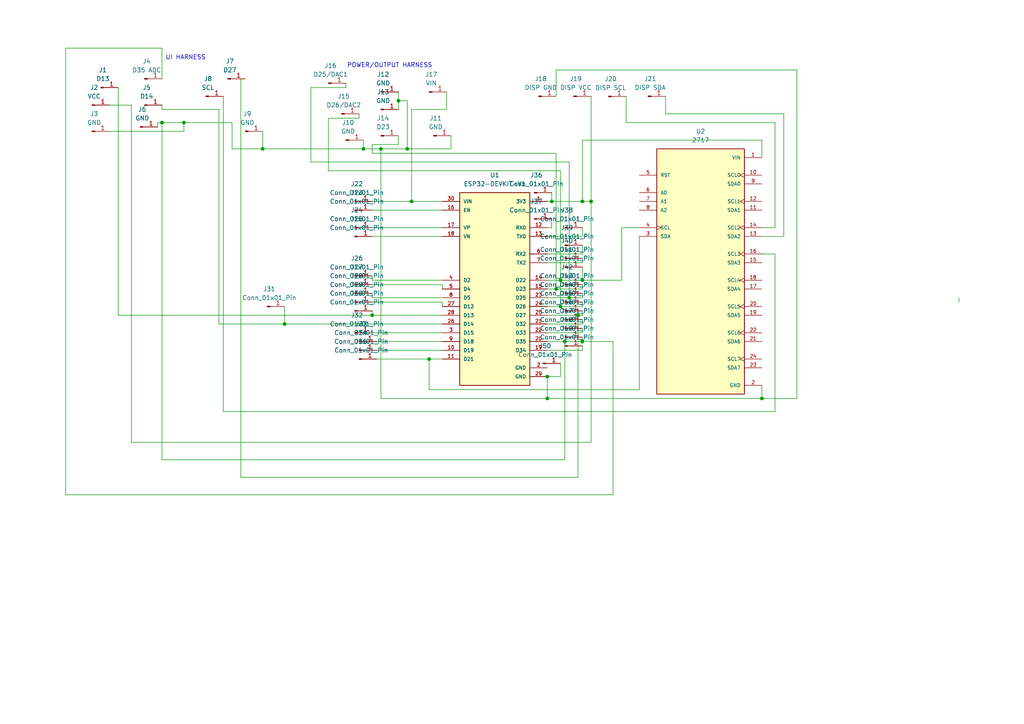
<source format=kicad_sch>
(kicad_sch
	(version 20231120)
	(generator "eeschema")
	(generator_version "8.0")
	(uuid "45ce55d1-ba27-4440-9a0b-25541a06b832")
	(paper "A4")
	(lib_symbols
		(symbol "Connector:Conn_01x01_Pin"
			(pin_names
				(offset 1.016) hide)
			(exclude_from_sim no)
			(in_bom yes)
			(on_board yes)
			(property "Reference" "J"
				(at 0 2.54 0)
				(effects
					(font
						(size 1.27 1.27)
					)
				)
			)
			(property "Value" "Conn_01x01_Pin"
				(at 0 -2.54 0)
				(effects
					(font
						(size 1.27 1.27)
					)
				)
			)
			(property "Footprint" ""
				(at 0 0 0)
				(effects
					(font
						(size 1.27 1.27)
					)
					(hide yes)
				)
			)
			(property "Datasheet" "~"
				(at 0 0 0)
				(effects
					(font
						(size 1.27 1.27)
					)
					(hide yes)
				)
			)
			(property "Description" "Generic connector, single row, 01x01, script generated"
				(at 0 0 0)
				(effects
					(font
						(size 1.27 1.27)
					)
					(hide yes)
				)
			)
			(property "ki_locked" ""
				(at 0 0 0)
				(effects
					(font
						(size 1.27 1.27)
					)
				)
			)
			(property "ki_keywords" "connector"
				(at 0 0 0)
				(effects
					(font
						(size 1.27 1.27)
					)
					(hide yes)
				)
			)
			(property "ki_fp_filters" "Connector*:*_1x??_*"
				(at 0 0 0)
				(effects
					(font
						(size 1.27 1.27)
					)
					(hide yes)
				)
			)
			(symbol "Conn_01x01_Pin_1_1"
				(polyline
					(pts
						(xy 1.27 0) (xy 0.8636 0)
					)
					(stroke
						(width 0.1524)
						(type default)
					)
					(fill
						(type none)
					)
				)
				(rectangle
					(start 0.8636 0.127)
					(end 0 -0.127)
					(stroke
						(width 0.1524)
						(type default)
					)
					(fill
						(type outline)
					)
				)
				(pin passive line
					(at 5.08 0 180)
					(length 3.81)
					(name "Pin_1"
						(effects
							(font
								(size 1.27 1.27)
							)
						)
					)
					(number "1"
						(effects
							(font
								(size 1.27 1.27)
							)
						)
					)
				)
			)
		)
		(symbol "esp32SD:ESP32-DEVKIT-V1"
			(pin_names
				(offset 1.016)
			)
			(exclude_from_sim no)
			(in_bom yes)
			(on_board yes)
			(property "Reference" "U1"
				(at 0 33.02 0)
				(effects
					(font
						(size 1.27 1.27)
					)
				)
			)
			(property "Value" "ESP32-DEVKIT-V1"
				(at 0 30.48 0)
				(effects
					(font
						(size 1.27 1.27)
					)
				)
			)
			(property "Footprint" "esp32d2:MODULE_ESP32_DEVKIT_V1"
				(at 0 0 0)
				(effects
					(font
						(size 1.27 1.27)
					)
					(justify bottom)
					(hide yes)
				)
			)
			(property "Datasheet" ""
				(at 0 0 0)
				(effects
					(font
						(size 1.27 1.27)
					)
					(hide yes)
				)
			)
			(property "Description" ""
				(at 0 0 0)
				(effects
					(font
						(size 1.27 1.27)
					)
					(hide yes)
				)
			)
			(property "MF" "Do it"
				(at 0 0 0)
				(effects
					(font
						(size 1.27 1.27)
					)
					(justify bottom)
					(hide yes)
				)
			)
			(property "MAXIMUM_PACKAGE_HEIGHT" "6.8 mm"
				(at 0 0 0)
				(effects
					(font
						(size 1.27 1.27)
					)
					(justify bottom)
					(hide yes)
				)
			)
			(property "Package" "None"
				(at 0 0 0)
				(effects
					(font
						(size 1.27 1.27)
					)
					(justify bottom)
					(hide yes)
				)
			)
			(property "Price" "None"
				(at 0 0 0)
				(effects
					(font
						(size 1.27 1.27)
					)
					(justify bottom)
					(hide yes)
				)
			)
			(property "Check_prices" "https://www.snapeda.com/parts/ESP32-DEVKIT-V1/Do+it/view-part/?ref=eda"
				(at 0 0 0)
				(effects
					(font
						(size 1.27 1.27)
					)
					(justify bottom)
					(hide yes)
				)
			)
			(property "STANDARD" "Manufacturer Recommendations"
				(at 0 0 0)
				(effects
					(font
						(size 1.27 1.27)
					)
					(justify bottom)
					(hide yes)
				)
			)
			(property "PARTREV" "N/A"
				(at 0 0 0)
				(effects
					(font
						(size 1.27 1.27)
					)
					(justify bottom)
					(hide yes)
				)
			)
			(property "SnapEDA_Link" "https://www.snapeda.com/parts/ESP32-DEVKIT-V1/Do+it/view-part/?ref=snap"
				(at 0 0 0)
				(effects
					(font
						(size 1.27 1.27)
					)
					(justify bottom)
					(hide yes)
				)
			)
			(property "MP" "ESP32-DEVKIT-V1"
				(at 0 0 0)
				(effects
					(font
						(size 1.27 1.27)
					)
					(justify bottom)
					(hide yes)
				)
			)
			(property "Description_1" "\n                        \n                            Dual core, Wi-Fi: 2.4 GHz up to 150 Mbits/s,BLE (Bluetooth Low Energy) and legacy Bluetooth, 32 bits, Up to 240 MHz\n                        \n"
				(at 0 0 0)
				(effects
					(font
						(size 1.27 1.27)
					)
					(justify bottom)
					(hide yes)
				)
			)
			(property "Availability" "Not in stock"
				(at 0 0 0)
				(effects
					(font
						(size 1.27 1.27)
					)
					(justify bottom)
					(hide yes)
				)
			)
			(property "MANUFACTURER" "DOIT"
				(at 0 0 0)
				(effects
					(font
						(size 1.27 1.27)
					)
					(justify bottom)
					(hide yes)
				)
			)
			(symbol "ESP32-DEVKIT-V1_0_0"
				(rectangle
					(start -10.16 -27.94)
					(end 10.16 27.94)
					(stroke
						(width 0.254)
						(type default)
					)
					(fill
						(type background)
					)
				)
				(pin output line
					(at 15.24 25.4 180)
					(length 5.08)
					(name "3V3"
						(effects
							(font
								(size 1.016 1.016)
							)
						)
					)
					(number "1"
						(effects
							(font
								(size 1.016 1.016)
							)
						)
					)
				)
				(pin bidirectional line
					(at -15.24 -17.78 0)
					(length 5.08)
					(name "D19"
						(effects
							(font
								(size 1.016 1.016)
							)
						)
					)
					(number "10"
						(effects
							(font
								(size 1.016 1.016)
							)
						)
					)
				)
				(pin bidirectional line
					(at -15.24 -20.32 0)
					(length 5.08)
					(name "D21"
						(effects
							(font
								(size 1.016 1.016)
							)
						)
					)
					(number "11"
						(effects
							(font
								(size 1.016 1.016)
							)
						)
					)
				)
				(pin input line
					(at 15.24 17.78 180)
					(length 5.08)
					(name "RX0"
						(effects
							(font
								(size 1.016 1.016)
							)
						)
					)
					(number "12"
						(effects
							(font
								(size 1.016 1.016)
							)
						)
					)
				)
				(pin output line
					(at 15.24 15.24 180)
					(length 5.08)
					(name "TX0"
						(effects
							(font
								(size 1.016 1.016)
							)
						)
					)
					(number "13"
						(effects
							(font
								(size 1.016 1.016)
							)
						)
					)
				)
				(pin bidirectional line
					(at 15.24 2.54 180)
					(length 5.08)
					(name "D22"
						(effects
							(font
								(size 1.016 1.016)
							)
						)
					)
					(number "14"
						(effects
							(font
								(size 1.016 1.016)
							)
						)
					)
				)
				(pin bidirectional line
					(at 15.24 0 180)
					(length 5.08)
					(name "D23"
						(effects
							(font
								(size 1.016 1.016)
							)
						)
					)
					(number "15"
						(effects
							(font
								(size 1.016 1.016)
							)
						)
					)
				)
				(pin input line
					(at -15.24 22.86 0)
					(length 5.08)
					(name "EN"
						(effects
							(font
								(size 1.016 1.016)
							)
						)
					)
					(number "16"
						(effects
							(font
								(size 1.016 1.016)
							)
						)
					)
				)
				(pin bidirectional line
					(at -15.24 17.78 0)
					(length 5.08)
					(name "VP"
						(effects
							(font
								(size 1.016 1.016)
							)
						)
					)
					(number "17"
						(effects
							(font
								(size 1.016 1.016)
							)
						)
					)
				)
				(pin bidirectional line
					(at -15.24 15.24 0)
					(length 5.08)
					(name "VN"
						(effects
							(font
								(size 1.016 1.016)
							)
						)
					)
					(number "18"
						(effects
							(font
								(size 1.016 1.016)
							)
						)
					)
				)
				(pin bidirectional line
					(at 15.24 -17.78 180)
					(length 5.08)
					(name "D34"
						(effects
							(font
								(size 1.016 1.016)
							)
						)
					)
					(number "19"
						(effects
							(font
								(size 1.016 1.016)
							)
						)
					)
				)
				(pin power_in line
					(at 15.24 -22.86 180)
					(length 5.08)
					(name "GND"
						(effects
							(font
								(size 1.016 1.016)
							)
						)
					)
					(number "2"
						(effects
							(font
								(size 1.016 1.016)
							)
						)
					)
				)
				(pin bidirectional line
					(at 15.24 -15.24 180)
					(length 5.08)
					(name "D35"
						(effects
							(font
								(size 1.016 1.016)
							)
						)
					)
					(number "20"
						(effects
							(font
								(size 1.016 1.016)
							)
						)
					)
				)
				(pin bidirectional line
					(at 15.24 -10.16 180)
					(length 5.08)
					(name "D32"
						(effects
							(font
								(size 1.016 1.016)
							)
						)
					)
					(number "21"
						(effects
							(font
								(size 1.016 1.016)
							)
						)
					)
				)
				(pin bidirectional line
					(at 15.24 -12.7 180)
					(length 5.08)
					(name "D33"
						(effects
							(font
								(size 1.016 1.016)
							)
						)
					)
					(number "22"
						(effects
							(font
								(size 1.016 1.016)
							)
						)
					)
				)
				(pin bidirectional line
					(at 15.24 -2.54 180)
					(length 5.08)
					(name "D25"
						(effects
							(font
								(size 1.016 1.016)
							)
						)
					)
					(number "23"
						(effects
							(font
								(size 1.016 1.016)
							)
						)
					)
				)
				(pin bidirectional line
					(at 15.24 -5.08 180)
					(length 5.08)
					(name "D26"
						(effects
							(font
								(size 1.016 1.016)
							)
						)
					)
					(number "24"
						(effects
							(font
								(size 1.016 1.016)
							)
						)
					)
				)
				(pin bidirectional line
					(at 15.24 -7.62 180)
					(length 5.08)
					(name "D27"
						(effects
							(font
								(size 1.016 1.016)
							)
						)
					)
					(number "25"
						(effects
							(font
								(size 1.016 1.016)
							)
						)
					)
				)
				(pin bidirectional line
					(at -15.24 -10.16 0)
					(length 5.08)
					(name "D14"
						(effects
							(font
								(size 1.016 1.016)
							)
						)
					)
					(number "26"
						(effects
							(font
								(size 1.016 1.016)
							)
						)
					)
				)
				(pin bidirectional line
					(at -15.24 -5.08 0)
					(length 5.08)
					(name "D12"
						(effects
							(font
								(size 1.016 1.016)
							)
						)
					)
					(number "27"
						(effects
							(font
								(size 1.016 1.016)
							)
						)
					)
				)
				(pin bidirectional line
					(at -15.24 -7.62 0)
					(length 5.08)
					(name "D13"
						(effects
							(font
								(size 1.016 1.016)
							)
						)
					)
					(number "28"
						(effects
							(font
								(size 1.016 1.016)
							)
						)
					)
				)
				(pin power_in line
					(at 15.24 -25.4 180)
					(length 5.08)
					(name "GND"
						(effects
							(font
								(size 1.016 1.016)
							)
						)
					)
					(number "29"
						(effects
							(font
								(size 1.016 1.016)
							)
						)
					)
				)
				(pin bidirectional line
					(at -15.24 -12.7 0)
					(length 5.08)
					(name "D15"
						(effects
							(font
								(size 1.016 1.016)
							)
						)
					)
					(number "3"
						(effects
							(font
								(size 1.016 1.016)
							)
						)
					)
				)
				(pin input line
					(at -15.24 25.4 0)
					(length 5.08)
					(name "VIN"
						(effects
							(font
								(size 1.016 1.016)
							)
						)
					)
					(number "30"
						(effects
							(font
								(size 1.016 1.016)
							)
						)
					)
				)
				(pin bidirectional line
					(at -15.24 2.54 0)
					(length 5.08)
					(name "D2"
						(effects
							(font
								(size 1.016 1.016)
							)
						)
					)
					(number "4"
						(effects
							(font
								(size 1.016 1.016)
							)
						)
					)
				)
				(pin bidirectional line
					(at -15.24 0 0)
					(length 5.08)
					(name "D4"
						(effects
							(font
								(size 1.016 1.016)
							)
						)
					)
					(number "5"
						(effects
							(font
								(size 1.016 1.016)
							)
						)
					)
				)
				(pin input line
					(at 15.24 10.16 180)
					(length 5.08)
					(name "RX2"
						(effects
							(font
								(size 1.016 1.016)
							)
						)
					)
					(number "6"
						(effects
							(font
								(size 1.016 1.016)
							)
						)
					)
				)
				(pin output line
					(at 15.24 7.62 180)
					(length 5.08)
					(name "TX2"
						(effects
							(font
								(size 1.016 1.016)
							)
						)
					)
					(number "7"
						(effects
							(font
								(size 1.016 1.016)
							)
						)
					)
				)
				(pin bidirectional line
					(at -15.24 -2.54 0)
					(length 5.08)
					(name "D5"
						(effects
							(font
								(size 1.016 1.016)
							)
						)
					)
					(number "8"
						(effects
							(font
								(size 1.016 1.016)
							)
						)
					)
				)
				(pin bidirectional line
					(at -15.24 -15.24 0)
					(length 5.08)
					(name "D18"
						(effects
							(font
								(size 1.016 1.016)
							)
						)
					)
					(number "9"
						(effects
							(font
								(size 1.016 1.016)
							)
						)
					)
				)
			)
		)
		(symbol "tca9548a:2717"
			(pin_names
				(offset 1.016)
			)
			(exclude_from_sim no)
			(in_bom yes)
			(on_board yes)
			(property "Reference" "U"
				(at -12.7 36.322 0)
				(effects
					(font
						(size 1.27 1.27)
					)
					(justify left bottom)
				)
			)
			(property "Value" "2717"
				(at -12.7 -38.1 0)
				(effects
					(font
						(size 1.27 1.27)
					)
					(justify left bottom)
				)
			)
			(property "Footprint" "2717:MODULE_2717"
				(at 0 0 0)
				(effects
					(font
						(size 1.27 1.27)
					)
					(justify bottom)
					(hide yes)
				)
			)
			(property "Datasheet" ""
				(at 0 0 0)
				(effects
					(font
						(size 1.27 1.27)
					)
					(hide yes)
				)
			)
			(property "Description" ""
				(at 0 0 0)
				(effects
					(font
						(size 1.27 1.27)
					)
					(hide yes)
				)
			)
			(property "MF" "Adafruit"
				(at 0 0 0)
				(effects
					(font
						(size 1.27 1.27)
					)
					(justify bottom)
					(hide yes)
				)
			)
			(property "MAXIMUM_PACKAGE_HEIGHT" "2.7mm"
				(at 0 0 0)
				(effects
					(font
						(size 1.27 1.27)
					)
					(justify bottom)
					(hide yes)
				)
			)
			(property "Package" "None"
				(at 0 0 0)
				(effects
					(font
						(size 1.27 1.27)
					)
					(justify bottom)
					(hide yes)
				)
			)
			(property "Price" "None"
				(at 0 0 0)
				(effects
					(font
						(size 1.27 1.27)
					)
					(justify bottom)
					(hide yes)
				)
			)
			(property "Check_prices" "https://www.snapeda.com/parts/2717/Adafruit+Industries/view-part/?ref=eda"
				(at 0 0 0)
				(effects
					(font
						(size 1.27 1.27)
					)
					(justify bottom)
					(hide yes)
				)
			)
			(property "STANDARD" "Manufacturer Recommendations"
				(at 0 0 0)
				(effects
					(font
						(size 1.27 1.27)
					)
					(justify bottom)
					(hide yes)
				)
			)
			(property "PARTREV" "Sep 11, 2015"
				(at 0 0 0)
				(effects
					(font
						(size 1.27 1.27)
					)
					(justify bottom)
					(hide yes)
				)
			)
			(property "SnapEDA_Link" "https://www.snapeda.com/parts/2717/Adafruit+Industries/view-part/?ref=snap"
				(at 0 0 0)
				(effects
					(font
						(size 1.27 1.27)
					)
					(justify bottom)
					(hide yes)
				)
			)
			(property "MP" "2717"
				(at 0 0 0)
				(effects
					(font
						(size 1.27 1.27)
					)
					(justify bottom)
					(hide yes)
				)
			)
			(property "Description_1" "\n                        \n                            Module: multiplexer; I2C interface multiplexer; TCA9548A; 3÷5VDC\n                        \n"
				(at 0 0 0)
				(effects
					(font
						(size 1.27 1.27)
					)
					(justify bottom)
					(hide yes)
				)
			)
			(property "MANUFACTURER" "Adafruit"
				(at 0 0 0)
				(effects
					(font
						(size 1.27 1.27)
					)
					(justify bottom)
					(hide yes)
				)
			)
			(property "Availability" "In Stock"
				(at 0 0 0)
				(effects
					(font
						(size 1.27 1.27)
					)
					(justify bottom)
					(hide yes)
				)
			)
			(property "SNAPEDA_PN" "2717"
				(at 0 0 0)
				(effects
					(font
						(size 1.27 1.27)
					)
					(justify bottom)
					(hide yes)
				)
			)
			(symbol "2717_0_0"
				(rectangle
					(start -12.7 -35.56)
					(end 12.7 35.56)
					(stroke
						(width 0.254)
						(type default)
					)
					(fill
						(type background)
					)
				)
				(pin power_in line
					(at 17.78 33.02 180)
					(length 5.08)
					(name "VIN"
						(effects
							(font
								(size 1.016 1.016)
							)
						)
					)
					(number "1"
						(effects
							(font
								(size 1.016 1.016)
							)
						)
					)
				)
				(pin output clock
					(at 17.78 27.94 180)
					(length 5.08)
					(name "SCL0"
						(effects
							(font
								(size 1.016 1.016)
							)
						)
					)
					(number "10"
						(effects
							(font
								(size 1.016 1.016)
							)
						)
					)
				)
				(pin bidirectional line
					(at 17.78 17.78 180)
					(length 5.08)
					(name "SDA1"
						(effects
							(font
								(size 1.016 1.016)
							)
						)
					)
					(number "11"
						(effects
							(font
								(size 1.016 1.016)
							)
						)
					)
				)
				(pin output clock
					(at 17.78 20.32 180)
					(length 5.08)
					(name "SCL1"
						(effects
							(font
								(size 1.016 1.016)
							)
						)
					)
					(number "12"
						(effects
							(font
								(size 1.016 1.016)
							)
						)
					)
				)
				(pin bidirectional line
					(at 17.78 10.16 180)
					(length 5.08)
					(name "SDA2"
						(effects
							(font
								(size 1.016 1.016)
							)
						)
					)
					(number "13"
						(effects
							(font
								(size 1.016 1.016)
							)
						)
					)
				)
				(pin output clock
					(at 17.78 12.7 180)
					(length 5.08)
					(name "SCL2"
						(effects
							(font
								(size 1.016 1.016)
							)
						)
					)
					(number "14"
						(effects
							(font
								(size 1.016 1.016)
							)
						)
					)
				)
				(pin bidirectional line
					(at 17.78 2.54 180)
					(length 5.08)
					(name "SDA3"
						(effects
							(font
								(size 1.016 1.016)
							)
						)
					)
					(number "15"
						(effects
							(font
								(size 1.016 1.016)
							)
						)
					)
				)
				(pin output clock
					(at 17.78 5.08 180)
					(length 5.08)
					(name "SCL3"
						(effects
							(font
								(size 1.016 1.016)
							)
						)
					)
					(number "16"
						(effects
							(font
								(size 1.016 1.016)
							)
						)
					)
				)
				(pin bidirectional line
					(at 17.78 -5.08 180)
					(length 5.08)
					(name "SDA4"
						(effects
							(font
								(size 1.016 1.016)
							)
						)
					)
					(number "17"
						(effects
							(font
								(size 1.016 1.016)
							)
						)
					)
				)
				(pin output clock
					(at 17.78 -2.54 180)
					(length 5.08)
					(name "SCL4"
						(effects
							(font
								(size 1.016 1.016)
							)
						)
					)
					(number "18"
						(effects
							(font
								(size 1.016 1.016)
							)
						)
					)
				)
				(pin bidirectional line
					(at 17.78 -12.7 180)
					(length 5.08)
					(name "SDA5"
						(effects
							(font
								(size 1.016 1.016)
							)
						)
					)
					(number "19"
						(effects
							(font
								(size 1.016 1.016)
							)
						)
					)
				)
				(pin power_in line
					(at 17.78 -33.02 180)
					(length 5.08)
					(name "GND"
						(effects
							(font
								(size 1.016 1.016)
							)
						)
					)
					(number "2"
						(effects
							(font
								(size 1.016 1.016)
							)
						)
					)
				)
				(pin output clock
					(at 17.78 -10.16 180)
					(length 5.08)
					(name "SCL5"
						(effects
							(font
								(size 1.016 1.016)
							)
						)
					)
					(number "20"
						(effects
							(font
								(size 1.016 1.016)
							)
						)
					)
				)
				(pin bidirectional line
					(at 17.78 -20.32 180)
					(length 5.08)
					(name "SDA6"
						(effects
							(font
								(size 1.016 1.016)
							)
						)
					)
					(number "21"
						(effects
							(font
								(size 1.016 1.016)
							)
						)
					)
				)
				(pin output clock
					(at 17.78 -17.78 180)
					(length 5.08)
					(name "SCL6"
						(effects
							(font
								(size 1.016 1.016)
							)
						)
					)
					(number "22"
						(effects
							(font
								(size 1.016 1.016)
							)
						)
					)
				)
				(pin bidirectional line
					(at 17.78 -27.94 180)
					(length 5.08)
					(name "SDA7"
						(effects
							(font
								(size 1.016 1.016)
							)
						)
					)
					(number "23"
						(effects
							(font
								(size 1.016 1.016)
							)
						)
					)
				)
				(pin output clock
					(at 17.78 -25.4 180)
					(length 5.08)
					(name "SCL7"
						(effects
							(font
								(size 1.016 1.016)
							)
						)
					)
					(number "24"
						(effects
							(font
								(size 1.016 1.016)
							)
						)
					)
				)
				(pin bidirectional line
					(at -17.78 10.16 0)
					(length 5.08)
					(name "SDA"
						(effects
							(font
								(size 1.016 1.016)
							)
						)
					)
					(number "3"
						(effects
							(font
								(size 1.016 1.016)
							)
						)
					)
				)
				(pin input clock
					(at -17.78 12.7 0)
					(length 5.08)
					(name "SCL"
						(effects
							(font
								(size 1.016 1.016)
							)
						)
					)
					(number "4"
						(effects
							(font
								(size 1.016 1.016)
							)
						)
					)
				)
				(pin input line
					(at -17.78 27.94 0)
					(length 5.08)
					(name "RST"
						(effects
							(font
								(size 1.016 1.016)
							)
						)
					)
					(number "5"
						(effects
							(font
								(size 1.016 1.016)
							)
						)
					)
				)
				(pin input line
					(at -17.78 22.86 0)
					(length 5.08)
					(name "A0"
						(effects
							(font
								(size 1.016 1.016)
							)
						)
					)
					(number "6"
						(effects
							(font
								(size 1.016 1.016)
							)
						)
					)
				)
				(pin input line
					(at -17.78 20.32 0)
					(length 5.08)
					(name "A1"
						(effects
							(font
								(size 1.016 1.016)
							)
						)
					)
					(number "7"
						(effects
							(font
								(size 1.016 1.016)
							)
						)
					)
				)
				(pin input line
					(at -17.78 17.78 0)
					(length 5.08)
					(name "A2"
						(effects
							(font
								(size 1.016 1.016)
							)
						)
					)
					(number "8"
						(effects
							(font
								(size 1.016 1.016)
							)
						)
					)
				)
				(pin bidirectional line
					(at 17.78 25.4 180)
					(length 5.08)
					(name "SDA0"
						(effects
							(font
								(size 1.016 1.016)
							)
						)
					)
					(number "9"
						(effects
							(font
								(size 1.016 1.016)
							)
						)
					)
				)
			)
		)
	)
	(junction
		(at 158.75 109.22)
		(diameter 0)
		(color 0 0 0 0)
		(uuid "056f75a7-8465-43b8-9d77-f9403c7e6a2d")
	)
	(junction
		(at 119.38 58.42)
		(diameter 0)
		(color 0 0 0 0)
		(uuid "0b220c77-9637-47cd-94f4-81f5c323dfeb")
	)
	(junction
		(at 115.57 29.21)
		(diameter 0)
		(color 0 0 0 0)
		(uuid "205c202d-da55-418d-be57-0c4bfc6d3505")
	)
	(junction
		(at 82.55 93.98)
		(diameter 0)
		(color 0 0 0 0)
		(uuid "3bdf9980-8b13-4c59-8304-3b5546500bfc")
	)
	(junction
		(at 167.64 91.44)
		(diameter 0)
		(color 0 0 0 0)
		(uuid "3bf6c047-217a-4e73-ba10-d07fee00b872")
	)
	(junction
		(at 107.95 91.44)
		(diameter 0)
		(color 0 0 0 0)
		(uuid "525496bf-e08b-47df-a3f6-d0856d698670")
	)
	(junction
		(at 53.34 35.56)
		(diameter 0)
		(color 0 0 0 0)
		(uuid "63fd03a2-7a50-4c10-b7e1-ebbd7f19ab76")
	)
	(junction
		(at 168.91 58.42)
		(diameter 0)
		(color 0 0 0 0)
		(uuid "6711895a-846b-484b-8606-f6da16985301")
	)
	(junction
		(at 162.56 88.9)
		(diameter 0)
		(color 0 0 0 0)
		(uuid "83ae91d2-4fce-4990-9b2b-b4e210698b38")
	)
	(junction
		(at 171.45 58.42)
		(diameter 0)
		(color 0 0 0 0)
		(uuid "8c7cd104-c5cc-4a69-935f-b2e3d8764b51")
	)
	(junction
		(at 46.99 35.56)
		(diameter 0)
		(color 0 0 0 0)
		(uuid "8f2ee44a-b3d5-423a-9f9a-9936f4c619b3")
	)
	(junction
		(at 124.46 104.14)
		(diameter 0)
		(color 0 0 0 0)
		(uuid "9a11b440-e93a-45d6-9a4a-1365d13dff67")
	)
	(junction
		(at 160.02 58.42)
		(diameter 0)
		(color 0 0 0 0)
		(uuid "9c77c0ff-c833-494a-9654-3e06210f4401")
	)
	(junction
		(at 118.11 43.18)
		(diameter 0)
		(color 0 0 0 0)
		(uuid "a1a69a73-18af-4066-9648-e19b9507a351")
	)
	(junction
		(at 161.29 83.82)
		(diameter 0)
		(color 0 0 0 0)
		(uuid "a5d05feb-c58f-42a9-baf5-55be0bc0c285")
	)
	(junction
		(at 76.2 43.18)
		(diameter 0)
		(color 0 0 0 0)
		(uuid "acaf23fe-79a4-43f9-996b-8d1ee3999cac")
	)
	(junction
		(at 110.49 43.18)
		(diameter 0)
		(color 0 0 0 0)
		(uuid "bc5bc84b-fa1f-40c1-91eb-50ed79323b16")
	)
	(junction
		(at 105.41 43.18)
		(diameter 0)
		(color 0 0 0 0)
		(uuid "c3b1fcf3-c9d6-498b-aa60-1134b65f29af")
	)
	(junction
		(at 163.83 99.06)
		(diameter 0)
		(color 0 0 0 0)
		(uuid "c750c063-ba6e-47f5-b6c9-9468b88cb67c")
	)
	(junction
		(at 165.1 86.36)
		(diameter 0)
		(color 0 0 0 0)
		(uuid "cb863d99-c343-4b23-b1e9-7d19cf845254")
	)
	(junction
		(at 168.91 99.06)
		(diameter 0)
		(color 0 0 0 0)
		(uuid "d07b8267-0ba9-4848-9cef-f5987d46d545")
	)
	(junction
		(at 168.91 81.28)
		(diameter 0)
		(color 0 0 0 0)
		(uuid "e083643a-e42e-44f6-a7ca-7178b953a106")
	)
	(junction
		(at 158.75 115.57)
		(diameter 0)
		(color 0 0 0 0)
		(uuid "e7d86fc4-9bed-4d3f-b60a-cc7daf91338e")
	)
	(junction
		(at 162.56 81.28)
		(diameter 0)
		(color 0 0 0 0)
		(uuid "e9a34cd7-0ea3-401b-939f-12b9ffe77c0e")
	)
	(junction
		(at 220.98 115.57)
		(diameter 0)
		(color 0 0 0 0)
		(uuid "fc19932b-fcfb-4462-8d6c-69b8c1ed5852")
	)
	(wire
		(pts
			(xy 224.79 35.56) (xy 224.79 66.04)
		)
		(stroke
			(width 0)
			(type default)
		)
		(uuid "00ae5f00-a917-447b-ba43-baee413727c5")
	)
	(wire
		(pts
			(xy 90.17 46.99) (xy 165.1 46.99)
		)
		(stroke
			(width 0)
			(type default)
		)
		(uuid "00da70b3-0636-4017-80d9-5f084cae595f")
	)
	(wire
		(pts
			(xy 46.99 13.97) (xy 19.05 13.97)
		)
		(stroke
			(width 0)
			(type default)
		)
		(uuid "03261bbd-e7a4-4ddb-b1fb-cb2c36184f11")
	)
	(wire
		(pts
			(xy 160.02 66.04) (xy 158.75 66.04)
		)
		(stroke
			(width 0)
			(type default)
		)
		(uuid "05c6e7b1-366e-4435-ba34-aefa9977146a")
	)
	(wire
		(pts
			(xy 161.29 83.82) (xy 158.75 83.82)
		)
		(stroke
			(width 0)
			(type default)
		)
		(uuid "08fc47cd-6e0d-4661-95bb-70441a8d91d9")
	)
	(wire
		(pts
			(xy 31.75 30.48) (xy 38.1 30.48)
		)
		(stroke
			(width 0)
			(type default)
		)
		(uuid "0a5d2da1-6759-4dba-a536-3d3b108a4f54")
	)
	(wire
		(pts
			(xy 160.02 55.88) (xy 160.02 58.42)
		)
		(stroke
			(width 0)
			(type default)
		)
		(uuid "0d53130a-ab73-4ca2-adae-58a06d31d9b7")
	)
	(wire
		(pts
			(xy 165.1 86.36) (xy 158.75 86.36)
		)
		(stroke
			(width 0)
			(type default)
		)
		(uuid "1029c05d-838e-43c9-bd99-daffa8416b05")
	)
	(wire
		(pts
			(xy 128.27 86.36) (xy 107.95 86.36)
		)
		(stroke
			(width 0)
			(type default)
		)
		(uuid "1271a9c0-6f36-40d7-8022-09b129a2e507")
	)
	(wire
		(pts
			(xy 63.5 31.75) (xy 46.99 31.75)
		)
		(stroke
			(width 0)
			(type default)
		)
		(uuid "1286f29d-0a74-49d5-bacf-a9755d5acebf")
	)
	(wire
		(pts
			(xy 180.34 66.04) (xy 185.42 66.04)
		)
		(stroke
			(width 0)
			(type default)
		)
		(uuid "142bf5bb-9ca5-481e-a0f6-ab65c9bb1037")
	)
	(wire
		(pts
			(xy 107.95 81.28) (xy 107.95 80.01)
		)
		(stroke
			(width 0)
			(type default)
		)
		(uuid "1a3271b3-df81-4271-bfe9-7ac77279a4ba")
	)
	(wire
		(pts
			(xy 168.91 93.98) (xy 158.75 93.98)
		)
		(stroke
			(width 0)
			(type default)
		)
		(uuid "1bec3654-e324-4afe-8c20-68e6bb328efd")
	)
	(wire
		(pts
			(xy 162.56 49.53) (xy 162.56 81.28)
		)
		(stroke
			(width 0)
			(type default)
		)
		(uuid "1c17dbcc-a8f0-48bb-9354-d5c3bfe49182")
	)
	(wire
		(pts
			(xy 107.95 91.44) (xy 128.27 91.44)
		)
		(stroke
			(width 0)
			(type default)
		)
		(uuid "1c705e9d-3c01-4bb2-a0b5-878cbec0bbde")
	)
	(wire
		(pts
			(xy 119.38 58.42) (xy 128.27 58.42)
		)
		(stroke
			(width 0)
			(type default)
		)
		(uuid "1d75ba9c-63bd-4778-a27c-ee692c2c64e7")
	)
	(wire
		(pts
			(xy 100.33 25.4) (xy 100.33 24.13)
		)
		(stroke
			(width 0)
			(type default)
		)
		(uuid "1e4a8c78-3c9c-4d13-b99a-459492cd57ac")
	)
	(wire
		(pts
			(xy 224.79 73.66) (xy 220.98 73.66)
		)
		(stroke
			(width 0)
			(type default)
		)
		(uuid "1f638748-a5f1-4646-bab3-9366d76f6077")
	)
	(wire
		(pts
			(xy 168.91 99.06) (xy 163.83 99.06)
		)
		(stroke
			(width 0)
			(type default)
		)
		(uuid "21ed3651-5b78-4b1b-a03e-b3eb3327622f")
	)
	(wire
		(pts
			(xy 128.27 87.63) (xy 128.27 88.9)
		)
		(stroke
			(width 0)
			(type default)
		)
		(uuid "23eb76a1-bdf6-4cb0-a258-e295339c8288")
	)
	(wire
		(pts
			(xy 63.5 93.98) (xy 82.55 93.98)
		)
		(stroke
			(width 0)
			(type default)
		)
		(uuid "240e2b9f-4002-42b1-8a42-49f171ca7b4d")
	)
	(wire
		(pts
			(xy 168.91 71.12) (xy 168.91 73.66)
		)
		(stroke
			(width 0)
			(type default)
		)
		(uuid "2568bb96-eacc-4bfe-b97f-68b74295a811")
	)
	(wire
		(pts
			(xy 161.29 20.32) (xy 231.14 20.32)
		)
		(stroke
			(width 0)
			(type default)
		)
		(uuid "270b5260-962c-4a7b-9b74-20451afddc40")
	)
	(wire
		(pts
			(xy 63.5 31.75) (xy 63.5 93.98)
		)
		(stroke
			(width 0)
			(type default)
		)
		(uuid "278585ff-dea6-4150-b332-041ae1743411")
	)
	(wire
		(pts
			(xy 193.04 33.02) (xy 193.04 27.94)
		)
		(stroke
			(width 0)
			(type default)
		)
		(uuid "2b01f08f-db0e-40f9-9151-f22d82ebf10f")
	)
	(wire
		(pts
			(xy 220.98 111.76) (xy 220.98 115.57)
		)
		(stroke
			(width 0)
			(type default)
		)
		(uuid "35b9c444-c7fe-4a76-99df-ad0bd3125083")
	)
	(wire
		(pts
			(xy 109.22 99.06) (xy 128.27 99.06)
		)
		(stroke
			(width 0)
			(type default)
		)
		(uuid "37d440b6-7aa0-4ad1-9870-32c7abd2d362")
	)
	(wire
		(pts
			(xy 124.46 113.03) (xy 185.42 113.03)
		)
		(stroke
			(width 0)
			(type default)
		)
		(uuid "385bdf42-bcb6-4c18-8da0-683ed4cebc41")
	)
	(wire
		(pts
			(xy 161.29 44.45) (xy 161.29 83.82)
		)
		(stroke
			(width 0)
			(type default)
		)
		(uuid "3b8295a0-f8c7-4212-8126-224ddb37b8e3")
	)
	(wire
		(pts
			(xy 163.83 133.35) (xy 163.83 99.06)
		)
		(stroke
			(width 0)
			(type default)
		)
		(uuid "3d676d9d-0fa6-4ee5-96f8-8c06bc45cca6")
	)
	(wire
		(pts
			(xy 67.31 43.18) (xy 76.2 43.18)
		)
		(stroke
			(width 0)
			(type default)
		)
		(uuid "3f986f20-414c-47e5-8cbc-0bcc8f13a98d")
	)
	(wire
		(pts
			(xy 46.99 35.56) (xy 46.99 133.35)
		)
		(stroke
			(width 0)
			(type default)
		)
		(uuid "3fc9427f-5b9d-4ac9-aa30-483c5c5b063f")
	)
	(wire
		(pts
			(xy 168.91 87.63) (xy 168.91 88.9)
		)
		(stroke
			(width 0)
			(type default)
		)
		(uuid "4053c818-ed9c-4e74-b13b-7913ed881ca0")
	)
	(wire
		(pts
			(xy 76.2 38.1) (xy 76.2 43.18)
		)
		(stroke
			(width 0)
			(type default)
		)
		(uuid "407f39c5-960a-4eb4-93fb-eb9065a842a6")
	)
	(wire
		(pts
			(xy 168.91 81.28) (xy 180.34 81.28)
		)
		(stroke
			(width 0)
			(type default)
		)
		(uuid "43c61baa-973e-4576-97f9-6e54b0cbc801")
	)
	(wire
		(pts
			(xy 115.57 39.37) (xy 115.57 41.91)
		)
		(stroke
			(width 0)
			(type default)
		)
		(uuid "43e5effd-60ad-4387-804b-70320faed492")
	)
	(wire
		(pts
			(xy 227.33 68.58) (xy 220.98 68.58)
		)
		(stroke
			(width 0)
			(type default)
		)
		(uuid "448a1873-5410-4503-bb77-f9585efbb4bc")
	)
	(wire
		(pts
			(xy 115.57 41.91) (xy 107.95 41.91)
		)
		(stroke
			(width 0)
			(type default)
		)
		(uuid "44dbbd02-ef47-4b87-bc69-acb81cb5f52b")
	)
	(wire
		(pts
			(xy 110.49 43.18) (xy 118.11 43.18)
		)
		(stroke
			(width 0)
			(type default)
		)
		(uuid "44f83a16-eb84-40c9-a39b-c49602b23112")
	)
	(wire
		(pts
			(xy 95.25 49.53) (xy 162.56 49.53)
		)
		(stroke
			(width 0)
			(type default)
		)
		(uuid "4685b59a-2981-4a33-be97-9ab301566aef")
	)
	(wire
		(pts
			(xy 168.91 40.64) (xy 168.91 58.42)
		)
		(stroke
			(width 0)
			(type default)
		)
		(uuid "4819a9d2-656f-49cb-9629-5fa0a3ac9830")
	)
	(wire
		(pts
			(xy 162.56 81.28) (xy 158.75 81.28)
		)
		(stroke
			(width 0)
			(type default)
		)
		(uuid "49581c25-fedf-4dde-9b8f-4012071f3ee5")
	)
	(wire
		(pts
			(xy 31.75 38.1) (xy 53.34 38.1)
		)
		(stroke
			(width 0)
			(type default)
		)
		(uuid "4bc8bc3b-b69b-4cb6-a6a5-5282d6d5680a")
	)
	(wire
		(pts
			(xy 162.56 109.22) (xy 158.75 109.22)
		)
		(stroke
			(width 0)
			(type default)
		)
		(uuid "4c6f0d40-ee1a-43ac-9e12-aa81355caba9")
	)
	(wire
		(pts
			(xy 128.27 81.28) (xy 107.95 81.28)
		)
		(stroke
			(width 0)
			(type default)
		)
		(uuid "4dd7c0eb-a7d0-42d4-bb6c-eb5f86be80f0")
	)
	(wire
		(pts
			(xy 168.91 100.33) (xy 168.91 101.6)
		)
		(stroke
			(width 0)
			(type default)
		)
		(uuid "4f2d2346-e30a-433c-9ad7-4bc46a942891")
	)
	(wire
		(pts
			(xy 107.95 58.42) (xy 119.38 58.42)
		)
		(stroke
			(width 0)
			(type default)
		)
		(uuid "4f50112d-30a5-4706-b3ae-6c20a9648990")
	)
	(wire
		(pts
			(xy 181.61 27.94) (xy 181.61 35.56)
		)
		(stroke
			(width 0)
			(type default)
		)
		(uuid "5060ca74-5846-4a27-8a81-6d6d73d37ac7")
	)
	(wire
		(pts
			(xy 69.85 138.43) (xy 167.64 138.43)
		)
		(stroke
			(width 0)
			(type default)
		)
		(uuid "51989acd-ba70-4b01-a14a-2f9ace8baa0a")
	)
	(wire
		(pts
			(xy 118.11 43.18) (xy 118.11 29.21)
		)
		(stroke
			(width 0)
			(type default)
		)
		(uuid "526fe8dc-5cbe-460f-b518-14c39fdeecff")
	)
	(wire
		(pts
			(xy 82.55 88.9) (xy 82.55 93.98)
		)
		(stroke
			(width 0)
			(type default)
		)
		(uuid "538a5677-6f6c-4081-a2db-7397081540f3")
	)
	(wire
		(pts
			(xy 177.8 143.51) (xy 177.8 99.06)
		)
		(stroke
			(width 0)
			(type default)
		)
		(uuid "53f550b4-2741-4529-aa07-6781105e5bb5")
	)
	(wire
		(pts
			(xy 95.25 34.29) (xy 104.14 34.29)
		)
		(stroke
			(width 0)
			(type default)
		)
		(uuid "548cc537-c1c8-4184-a2d9-dd4d28f33eb3")
	)
	(wire
		(pts
			(xy 107.95 68.58) (xy 128.27 68.58)
		)
		(stroke
			(width 0)
			(type default)
		)
		(uuid "577e1018-4393-434a-b49b-03a96154ac68")
	)
	(wire
		(pts
			(xy 118.11 43.18) (xy 130.81 43.18)
		)
		(stroke
			(width 0)
			(type default)
		)
		(uuid "5a584979-1be0-47db-b17f-b462df2aca7f")
	)
	(wire
		(pts
			(xy 110.49 115.57) (xy 158.75 115.57)
		)
		(stroke
			(width 0)
			(type default)
		)
		(uuid "5cbc619f-be5c-4106-b7a6-502aed37e0f1")
	)
	(wire
		(pts
			(xy 129.54 26.67) (xy 129.54 31.75)
		)
		(stroke
			(width 0)
			(type default)
		)
		(uuid "5eef5087-3e43-48ae-8288-e6f9647269b3")
	)
	(wire
		(pts
			(xy 107.95 82.55) (xy 128.27 82.55)
		)
		(stroke
			(width 0)
			(type default)
		)
		(uuid "5f32ebbf-1df6-47bf-a6fe-afbc0d76893b")
	)
	(wire
		(pts
			(xy 107.95 44.45) (xy 161.29 44.45)
		)
		(stroke
			(width 0)
			(type default)
		)
		(uuid "5fbf1028-55ee-4b3d-920f-a241739eb1cd")
	)
	(wire
		(pts
			(xy 224.79 66.04) (xy 220.98 66.04)
		)
		(stroke
			(width 0)
			(type default)
		)
		(uuid "5fd60d0c-282c-49ac-a74d-1e339c853761")
	)
	(wire
		(pts
			(xy 19.05 13.97) (xy 19.05 143.51)
		)
		(stroke
			(width 0)
			(type default)
		)
		(uuid "63ef2b05-4567-4cec-9774-2c35b8fdd604")
	)
	(wire
		(pts
			(xy 107.95 96.52) (xy 128.27 96.52)
		)
		(stroke
			(width 0)
			(type default)
		)
		(uuid "644486a0-fb06-41d6-990a-39f5343d2593")
	)
	(wire
		(pts
			(xy 69.85 22.86) (xy 69.85 138.43)
		)
		(stroke
			(width 0)
			(type default)
		)
		(uuid "64d86685-8a7f-4e4e-a302-08a6b9490cfb")
	)
	(wire
		(pts
			(xy 76.2 43.18) (xy 105.41 43.18)
		)
		(stroke
			(width 0)
			(type default)
		)
		(uuid "65255a37-aeb7-4f08-abed-aa515d1fc5cb")
	)
	(wire
		(pts
			(xy 105.41 40.64) (xy 105.41 43.18)
		)
		(stroke
			(width 0)
			(type default)
		)
		(uuid "661b0e0e-3d74-48a2-beba-5c2089e69072")
	)
	(wire
		(pts
			(xy 115.57 29.21) (xy 115.57 31.75)
		)
		(stroke
			(width 0)
			(type default)
		)
		(uuid "67838d4b-4bb5-4a55-a35b-2d48b1d18b80")
	)
	(wire
		(pts
			(xy 168.91 91.44) (xy 167.64 91.44)
		)
		(stroke
			(width 0)
			(type default)
		)
		(uuid "687b8aa1-60e6-44df-87c7-0564acf8ffbe")
	)
	(wire
		(pts
			(xy 64.77 119.38) (xy 224.79 119.38)
		)
		(stroke
			(width 0)
			(type default)
		)
		(uuid "6a26e44b-4ce7-4f20-9546-2fe9e731eb2e")
	)
	(wire
		(pts
			(xy 180.34 81.28) (xy 180.34 66.04)
		)
		(stroke
			(width 0)
			(type default)
		)
		(uuid "6b18b150-0493-4804-a8ec-954614e08d96")
	)
	(wire
		(pts
			(xy 19.05 143.51) (xy 177.8 143.51)
		)
		(stroke
			(width 0)
			(type default)
		)
		(uuid "6bee6d33-af5a-438e-abb4-d4f17850e48f")
	)
	(wire
		(pts
			(xy 171.45 27.94) (xy 171.45 58.42)
		)
		(stroke
			(width 0)
			(type default)
		)
		(uuid "72e50782-5132-4d89-92f7-da5616c45c7f")
	)
	(wire
		(pts
			(xy 185.42 68.58) (xy 185.42 113.03)
		)
		(stroke
			(width 0)
			(type default)
		)
		(uuid "733ab690-9a52-4f53-818b-64b8ba5dcf93")
	)
	(wire
		(pts
			(xy 220.98 45.72) (xy 220.98 40.64)
		)
		(stroke
			(width 0)
			(type default)
		)
		(uuid "737f77e2-70de-4b4c-a481-43e544d4cfb4")
	)
	(wire
		(pts
			(xy 162.56 81.28) (xy 168.91 81.28)
		)
		(stroke
			(width 0)
			(type default)
		)
		(uuid "748baeeb-0d42-4192-a3c0-0423bc6bf3bb")
	)
	(wire
		(pts
			(xy 168.91 86.36) (xy 165.1 86.36)
		)
		(stroke
			(width 0)
			(type default)
		)
		(uuid "75f92805-7fd2-4361-8984-99d0230d0d60")
	)
	(wire
		(pts
			(xy 124.46 104.14) (xy 128.27 104.14)
		)
		(stroke
			(width 0)
			(type default)
		)
		(uuid "775e8614-56f4-4e76-96f3-1045eb58787f")
	)
	(wire
		(pts
			(xy 168.91 92.71) (xy 168.91 93.98)
		)
		(stroke
			(width 0)
			(type default)
		)
		(uuid "78b2455d-6491-47e0-87a1-cb0ce1fbf4c1")
	)
	(wire
		(pts
			(xy 167.64 138.43) (xy 167.64 91.44)
		)
		(stroke
			(width 0)
			(type default)
		)
		(uuid "7a904917-e59d-4c7e-bca2-c660078d8428")
	)
	(wire
		(pts
			(xy 53.34 35.56) (xy 67.31 35.56)
		)
		(stroke
			(width 0)
			(type default)
		)
		(uuid "7bbfdbea-630a-4bf2-80e6-22a35408abfb")
	)
	(wire
		(pts
			(xy 118.11 29.21) (xy 115.57 29.21)
		)
		(stroke
			(width 0)
			(type default)
		)
		(uuid "7ca7079b-4f3b-4bea-a007-59dc8668557c")
	)
	(wire
		(pts
			(xy 168.91 74.93) (xy 168.91 76.2)
		)
		(stroke
			(width 0)
			(type default)
		)
		(uuid "7ef8a0d1-50fd-4bc7-a3e8-c2b5fe9fb7cb")
	)
	(wire
		(pts
			(xy 168.91 76.2) (xy 158.75 76.2)
		)
		(stroke
			(width 0)
			(type default)
		)
		(uuid "8035f494-5e08-4bc6-b4ed-a2239bec0139")
	)
	(wire
		(pts
			(xy 115.57 26.67) (xy 115.57 29.21)
		)
		(stroke
			(width 0)
			(type default)
		)
		(uuid "80759523-fec4-4c97-90c7-4a8a884beab3")
	)
	(wire
		(pts
			(xy 168.91 82.55) (xy 168.91 83.82)
		)
		(stroke
			(width 0)
			(type default)
		)
		(uuid "845bb123-9af1-4007-9d41-e207eae5609f")
	)
	(wire
		(pts
			(xy 168.91 90.17) (xy 168.91 91.44)
		)
		(stroke
			(width 0)
			(type default)
		)
		(uuid "854cc22d-0484-4d37-8252-5a9d0254065e")
	)
	(wire
		(pts
			(xy 227.33 33.02) (xy 227.33 68.58)
		)
		(stroke
			(width 0)
			(type default)
		)
		(uuid "86acc568-f4b5-4d09-a866-0beac4ae3b8d")
	)
	(wire
		(pts
			(xy 162.56 81.28) (xy 162.56 88.9)
		)
		(stroke
			(width 0)
			(type default)
		)
		(uuid "88136e43-5d4a-40f0-ba36-c1e1c984de6e")
	)
	(wire
		(pts
			(xy 105.41 43.18) (xy 110.49 43.18)
		)
		(stroke
			(width 0)
			(type default)
		)
		(uuid "8be88f8c-a42d-4341-bc81-2408deb104f8")
	)
	(wire
		(pts
			(xy 168.91 97.79) (xy 168.91 99.06)
		)
		(stroke
			(width 0)
			(type default)
		)
		(uuid "8c41a5fb-e715-47b4-a860-1699e37d6dfe")
	)
	(wire
		(pts
			(xy 231.14 20.32) (xy 231.14 115.57)
		)
		(stroke
			(width 0)
			(type default)
		)
		(uuid "8c75bc21-3f3a-4d24-8fbe-f3d686c0ab7e")
	)
	(wire
		(pts
			(xy 158.75 115.57) (xy 158.75 109.22)
		)
		(stroke
			(width 0)
			(type default)
		)
		(uuid "8d8284d0-0f3a-4304-b631-dc752c970523")
	)
	(wire
		(pts
			(xy 168.91 77.47) (xy 168.91 81.28)
		)
		(stroke
			(width 0)
			(type default)
		)
		(uuid "8f8534b9-83bc-470f-9c73-d27de672712f")
	)
	(wire
		(pts
			(xy 46.99 35.56) (xy 53.34 35.56)
		)
		(stroke
			(width 0)
			(type default)
		)
		(uuid "945ee1aa-cba8-490d-bac6-d75a84cc140d")
	)
	(wire
		(pts
			(xy 38.1 128.27) (xy 171.45 128.27)
		)
		(stroke
			(width 0)
			(type default)
		)
		(uuid "94726af9-9bdc-499f-b559-3c4184cbf2c0")
	)
	(wire
		(pts
			(xy 95.25 34.29) (xy 95.25 49.53)
		)
		(stroke
			(width 0)
			(type default)
		)
		(uuid "966fd0ef-0fe2-4c9f-b372-6701249dca91")
	)
	(wire
		(pts
			(xy 64.77 27.94) (xy 64.77 119.38)
		)
		(stroke
			(width 0)
			(type default)
		)
		(uuid "9976662a-e07b-4311-9cf6-a305a6e38809")
	)
	(wire
		(pts
			(xy 107.95 87.63) (xy 128.27 87.63)
		)
		(stroke
			(width 0)
			(type default)
		)
		(uuid "9a06085f-43ab-405b-9246-199a1d9f3bed")
	)
	(wire
		(pts
			(xy 71.12 22.86) (xy 69.85 22.86)
		)
		(stroke
			(width 0)
			(type default)
		)
		(uuid "9b40bbbd-d6ef-411a-abcb-68994dc3c19a")
	)
	(wire
		(pts
			(xy 167.64 91.44) (xy 158.75 91.44)
		)
		(stroke
			(width 0)
			(type default)
		)
		(uuid "9c2d23c0-915b-4b49-b60e-c3894df2528c")
	)
	(wire
		(pts
			(xy 168.91 73.66) (xy 158.75 73.66)
		)
		(stroke
			(width 0)
			(type default)
		)
		(uuid "9d2b8eb6-05b1-4b76-8a1f-3b71afd27b1a")
	)
	(wire
		(pts
			(xy 107.95 41.91) (xy 107.95 44.45)
		)
		(stroke
			(width 0)
			(type default)
		)
		(uuid "9ecde208-6eea-4e64-ac29-c34a3e09e947")
	)
	(wire
		(pts
			(xy 168.91 83.82) (xy 161.29 83.82)
		)
		(stroke
			(width 0)
			(type default)
		)
		(uuid "a1e79de6-1cd2-4534-9d96-e8effaadad62")
	)
	(wire
		(pts
			(xy 45.72 36.83) (xy 45.72 35.56)
		)
		(stroke
			(width 0)
			(type default)
		)
		(uuid "a4e7c99b-a706-4d69-b68d-63c6a0f23e1b")
	)
	(wire
		(pts
			(xy 161.29 27.94) (xy 161.29 20.32)
		)
		(stroke
			(width 0)
			(type default)
		)
		(uuid "ab3ac9b2-9bdd-4bf3-9304-89574468d245")
	)
	(wire
		(pts
			(xy 129.54 31.75) (xy 119.38 31.75)
		)
		(stroke
			(width 0)
			(type default)
		)
		(uuid "ac24a4a9-b121-47b9-a245-a61ea8ccc223")
	)
	(wire
		(pts
			(xy 109.22 101.6) (xy 128.27 101.6)
		)
		(stroke
			(width 0)
			(type default)
		)
		(uuid "b225b32b-ce33-4177-a672-c39784d24c97")
	)
	(wire
		(pts
			(xy 168.91 95.25) (xy 168.91 96.52)
		)
		(stroke
			(width 0)
			(type default)
		)
		(uuid "b55c707e-c314-4f8a-a627-d551470ea954")
	)
	(wire
		(pts
			(xy 107.95 90.17) (xy 107.95 91.44)
		)
		(stroke
			(width 0)
			(type default)
		)
		(uuid "b580a4ac-829d-4b9d-a7f0-56f2e1dee13e")
	)
	(wire
		(pts
			(xy 177.8 99.06) (xy 168.91 99.06)
		)
		(stroke
			(width 0)
			(type default)
		)
		(uuid "b7eaf14a-f16d-4744-b54a-ae4bb8dbb093")
	)
	(wire
		(pts
			(xy 82.55 93.98) (xy 128.27 93.98)
		)
		(stroke
			(width 0)
			(type default)
		)
		(uuid "b7ff00ea-94d6-4a4b-9d81-9f0ffce816d1")
	)
	(wire
		(pts
			(xy 168.91 58.42) (xy 171.45 58.42)
		)
		(stroke
			(width 0)
			(type default)
		)
		(uuid "bb2c4e36-a6b0-4eb7-8927-b348c9e2b61c")
	)
	(wire
		(pts
			(xy 278.13 86.36) (xy 278.13 87.63)
		)
		(stroke
			(width 0)
			(type default)
		)
		(uuid "bc24dca3-f8a8-4a8d-a04a-3a4eb9921678")
	)
	(wire
		(pts
			(xy 104.14 34.29) (xy 104.14 33.02)
		)
		(stroke
			(width 0)
			(type default)
		)
		(uuid "bcddf382-d88b-4067-8220-33d15831ca20")
	)
	(wire
		(pts
			(xy 158.75 99.06) (xy 163.83 99.06)
		)
		(stroke
			(width 0)
			(type default)
		)
		(uuid "bd576585-f3dc-4750-92e4-dceb38807ba9")
	)
	(wire
		(pts
			(xy 130.81 39.37) (xy 130.81 43.18)
		)
		(stroke
			(width 0)
			(type default)
		)
		(uuid "c22d7edd-ccb2-4edd-8278-f5a3df2af40a")
	)
	(wire
		(pts
			(xy 168.91 101.6) (xy 158.75 101.6)
		)
		(stroke
			(width 0)
			(type default)
		)
		(uuid "c3891186-0e8e-4c4a-9894-d1902e82a937")
	)
	(wire
		(pts
			(xy 90.17 25.4) (xy 90.17 46.99)
		)
		(stroke
			(width 0)
			(type default)
		)
		(uuid "c621b3a0-8764-46ed-a65f-bf1d29d7d6ad")
	)
	(wire
		(pts
			(xy 168.91 88.9) (xy 162.56 88.9)
		)
		(stroke
			(width 0)
			(type default)
		)
		(uuid "c809decf-e96c-4eee-85ca-e39232e2f9cf")
	)
	(wire
		(pts
			(xy 158.75 96.52) (xy 168.91 96.52)
		)
		(stroke
			(width 0)
			(type default)
		)
		(uuid "c9018363-417c-4433-91bf-a7303b438249")
	)
	(wire
		(pts
			(xy 46.99 31.75) (xy 46.99 30.48)
		)
		(stroke
			(width 0)
			(type default)
		)
		(uuid "ca4288e2-5b86-461e-a018-8cf8eb42479e")
	)
	(wire
		(pts
			(xy 119.38 31.75) (xy 119.38 58.42)
		)
		(stroke
			(width 0)
			(type default)
		)
		(uuid "cae934c3-a1ab-46d5-b384-bd52a83d659c")
	)
	(wire
		(pts
			(xy 171.45 128.27) (xy 171.45 58.42)
		)
		(stroke
			(width 0)
			(type default)
		)
		(uuid "cc576baf-9acb-4bfa-a9d2-68377caecbc5")
	)
	(wire
		(pts
			(xy 220.98 115.57) (xy 231.14 115.57)
		)
		(stroke
			(width 0)
			(type default)
		)
		(uuid "cc7cfa5d-ada8-481d-ae31-4f6db0e327d9")
	)
	(wire
		(pts
			(xy 107.95 66.04) (xy 128.27 66.04)
		)
		(stroke
			(width 0)
			(type default)
		)
		(uuid "ce0d04dc-d6a3-4f5a-bcdb-770847b6de51")
	)
	(wire
		(pts
			(xy 110.49 43.18) (xy 110.49 115.57)
		)
		(stroke
			(width 0)
			(type default)
		)
		(uuid "cf1d18e1-9f4a-4617-a9f9-3216abcd7570")
	)
	(wire
		(pts
			(xy 158.75 58.42) (xy 160.02 58.42)
		)
		(stroke
			(width 0)
			(type default)
		)
		(uuid "cfe39991-82fa-4f44-842d-8644924515a4")
	)
	(wire
		(pts
			(xy 193.04 33.02) (xy 227.33 33.02)
		)
		(stroke
			(width 0)
			(type default)
		)
		(uuid "cfe9f240-85f4-48ea-a092-f51b33cab237")
	)
	(wire
		(pts
			(xy 168.91 68.58) (xy 158.75 68.58)
		)
		(stroke
			(width 0)
			(type default)
		)
		(uuid "d177e63f-62d1-403b-9171-34f40ea1a4b9")
	)
	(wire
		(pts
			(xy 162.56 105.41) (xy 162.56 109.22)
		)
		(stroke
			(width 0)
			(type default)
		)
		(uuid "d668eb65-f5a1-4bd2-a975-236919906495")
	)
	(wire
		(pts
			(xy 124.46 104.14) (xy 124.46 113.03)
		)
		(stroke
			(width 0)
			(type default)
		)
		(uuid "da9ac28d-6e81-4349-bb11-97c6daa340b7")
	)
	(wire
		(pts
			(xy 38.1 30.48) (xy 38.1 128.27)
		)
		(stroke
			(width 0)
			(type default)
		)
		(uuid "dce7f406-b03d-48ad-bcf1-c5325408a73e")
	)
	(wire
		(pts
			(xy 224.79 119.38) (xy 224.79 73.66)
		)
		(stroke
			(width 0)
			(type default)
		)
		(uuid "de4ab93b-5eef-4524-818b-8bf1a9a83c9e")
	)
	(wire
		(pts
			(xy 168.91 66.04) (xy 168.91 68.58)
		)
		(stroke
			(width 0)
			(type default)
		)
		(uuid "df8f0a53-1deb-4d36-892b-e7e3305f2a78")
	)
	(wire
		(pts
			(xy 181.61 35.56) (xy 224.79 35.56)
		)
		(stroke
			(width 0)
			(type default)
		)
		(uuid "e0cc248d-b17f-43c7-9229-e411be2189c5")
	)
	(wire
		(pts
			(xy 165.1 46.99) (xy 165.1 86.36)
		)
		(stroke
			(width 0)
			(type default)
		)
		(uuid "e5c58e6f-1ca9-4b17-afb3-1f4aa546476f")
	)
	(wire
		(pts
			(xy 46.99 22.86) (xy 46.99 13.97)
		)
		(stroke
			(width 0)
			(type default)
		)
		(uuid "e648b2c3-b16d-45cc-8ac5-51caa6046a43")
	)
	(wire
		(pts
			(xy 128.27 82.55) (xy 128.27 83.82)
		)
		(stroke
			(width 0)
			(type default)
		)
		(uuid "e6dcd9dd-b297-481c-8e2e-7591c62ea5a5")
	)
	(wire
		(pts
			(xy 160.02 63.5) (xy 160.02 66.04)
		)
		(stroke
			(width 0)
			(type default)
		)
		(uuid "e7f428c9-a977-4cf0-bee6-845cd34038cc")
	)
	(wire
		(pts
			(xy 160.02 58.42) (xy 168.91 58.42)
		)
		(stroke
			(width 0)
			(type default)
		)
		(uuid "e8239207-defd-4985-a7f2-c44d3a9c2ca6")
	)
	(wire
		(pts
			(xy 107.95 60.96) (xy 128.27 60.96)
		)
		(stroke
			(width 0)
			(type default)
		)
		(uuid "ee310c3e-7bea-4e75-8420-ed8fa188476f")
	)
	(wire
		(pts
			(xy 158.75 88.9) (xy 162.56 88.9)
		)
		(stroke
			(width 0)
			(type default)
		)
		(uuid "ee784101-fa33-4254-9581-54883a13c3ee")
	)
	(wire
		(pts
			(xy 107.95 86.36) (xy 107.95 85.09)
		)
		(stroke
			(width 0)
			(type default)
		)
		(uuid "f0533259-f136-4d0f-b6dd-a1b52d3fbb88")
	)
	(wire
		(pts
			(xy 34.29 25.4) (xy 34.29 91.44)
		)
		(stroke
			(width 0)
			(type default)
		)
		(uuid "f2f582ac-a8c6-4d1d-8471-86e2499bc406")
	)
	(wire
		(pts
			(xy 109.22 104.14) (xy 124.46 104.14)
		)
		(stroke
			(width 0)
			(type default)
		)
		(uuid "f44053ca-d39e-41a0-aad6-78aef16f63ea")
	)
	(wire
		(pts
			(xy 158.75 115.57) (xy 220.98 115.57)
		)
		(stroke
			(width 0)
			(type default)
		)
		(uuid "f482d102-76d8-4b7b-a6bf-0b7ec113b1dd")
	)
	(wire
		(pts
			(xy 53.34 38.1) (xy 53.34 35.56)
		)
		(stroke
			(width 0)
			(type default)
		)
		(uuid "f4911fb8-be04-45f5-b809-ca61b5feb4a9")
	)
	(wire
		(pts
			(xy 220.98 40.64) (xy 168.91 40.64)
		)
		(stroke
			(width 0)
			(type default)
		)
		(uuid "f69595ea-0ada-497b-b689-e7c1b6525a9d")
	)
	(wire
		(pts
			(xy 34.29 91.44) (xy 107.95 91.44)
		)
		(stroke
			(width 0)
			(type default)
		)
		(uuid "f7b7005f-959c-423d-b6ed-90e7b12da42a")
	)
	(wire
		(pts
			(xy 46.99 133.35) (xy 163.83 133.35)
		)
		(stroke
			(width 0)
			(type default)
		)
		(uuid "f97a614e-8977-4079-9f30-a9bd7cd711e4")
	)
	(wire
		(pts
			(xy 168.91 85.09) (xy 168.91 86.36)
		)
		(stroke
			(width 0)
			(type default)
		)
		(uuid "fba90c88-9647-4d52-a5dc-eda879efcbdf")
	)
	(wire
		(pts
			(xy 45.72 35.56) (xy 46.99 35.56)
		)
		(stroke
			(width 0)
			(type default)
		)
		(uuid "fdb91120-a700-436f-9159-536b175ab61f")
	)
	(wire
		(pts
			(xy 67.31 35.56) (xy 67.31 43.18)
		)
		(stroke
			(width 0)
			(type default)
		)
		(uuid "fe94300b-ce6e-4704-b10a-1c24774c3735")
	)
	(wire
		(pts
			(xy 90.17 25.4) (xy 100.33 25.4)
		)
		(stroke
			(width 0)
			(type default)
		)
		(uuid "fec1ad09-a16f-488f-892a-ca38c174c24a")
	)
	(text "POWER/OUTPUT HARNESS\n"
		(exclude_from_sim no)
		(at 113.03 19.05 0)
		(effects
			(font
				(size 1.27 1.27)
			)
		)
		(uuid "19ab4ce8-a88e-4d67-8043-e368254a3f04")
	)
	(text "UI HARNESS\n"
		(exclude_from_sim no)
		(at 53.848 16.764 0)
		(effects
			(font
				(size 1.27 1.27)
			)
		)
		(uuid "22fe9992-21d8-46a2-acd7-2e51fd39d753")
	)
	(symbol
		(lib_id "Connector:Conn_01x01_Pin")
		(at 41.91 30.48 0)
		(unit 1)
		(exclude_from_sim no)
		(in_bom yes)
		(on_board yes)
		(dnp no)
		(fields_autoplaced yes)
		(uuid "0208dbca-db17-45e4-a2fc-1d140b837950")
		(property "Reference" "J5"
			(at 42.545 25.4 0)
			(effects
				(font
					(size 1.27 1.27)
				)
			)
		)
		(property "Value" "D14"
			(at 42.545 27.94 0)
			(effects
				(font
					(size 1.27 1.27)
				)
			)
		)
		(property "Footprint" "Connector_PinHeader_2.54mm:PinHeader_1x01_P2.54mm_Vertical"
			(at 41.91 30.48 0)
			(effects
				(font
					(size 1.27 1.27)
				)
				(hide yes)
			)
		)
		(property "Datasheet" "~"
			(at 41.91 30.48 0)
			(effects
				(font
					(size 1.27 1.27)
				)
				(hide yes)
			)
		)
		(property "Description" "Generic connector, single row, 01x01, script generated"
			(at 41.91 30.48 0)
			(effects
				(font
					(size 1.27 1.27)
				)
				(hide yes)
			)
		)
		(pin "1"
			(uuid "8fdd78a4-29fd-4a15-b0e6-f1939c71599f")
		)
		(instances
			(project "ElectricAssistWheelchair"
				(path "/45ce55d1-ba27-4440-9a0b-25541a06b832"
					(reference "J5")
					(unit 1)
				)
			)
		)
	)
	(symbol
		(lib_id "Connector:Conn_01x01_Pin")
		(at 163.83 95.25 0)
		(unit 1)
		(exclude_from_sim no)
		(in_bom yes)
		(on_board yes)
		(dnp no)
		(uuid "05ec63dd-c8c9-4bfb-ac3e-612a60a73de5")
		(property "Reference" "J47"
			(at 164.465 90.17 0)
			(effects
				(font
					(size 1.27 1.27)
				)
			)
		)
		(property "Value" "Conn_01x01_Pin"
			(at 164.465 92.71 0)
			(effects
				(font
					(size 1.27 1.27)
				)
			)
		)
		(property "Footprint" "Connector_PinSocket_2.54mm:PinSocket_1x01_P2.54mm_Vertical"
			(at 163.83 95.25 0)
			(effects
				(font
					(size 1.27 1.27)
				)
				(hide yes)
			)
		)
		(property "Datasheet" "~"
			(at 163.83 95.25 0)
			(effects
				(font
					(size 1.27 1.27)
				)
				(hide yes)
			)
		)
		(property "Description" "Generic connector, single row, 01x01, script generated"
			(at 163.83 95.25 0)
			(effects
				(font
					(size 1.27 1.27)
				)
				(hide yes)
			)
		)
		(pin "1"
			(uuid "258e83b9-37b3-43a5-b172-1ca2af8ea7a7")
		)
		(instances
			(project "ElectricAssistWheelchair"
				(path "/45ce55d1-ba27-4440-9a0b-25541a06b832"
					(reference "J47")
					(unit 1)
				)
			)
		)
	)
	(symbol
		(lib_id "Connector:Conn_01x01_Pin")
		(at 41.91 22.86 0)
		(unit 1)
		(exclude_from_sim no)
		(in_bom yes)
		(on_board yes)
		(dnp no)
		(uuid "0a13f0e0-58ba-442f-9295-5d1834160d4e")
		(property "Reference" "J4"
			(at 42.545 17.78 0)
			(effects
				(font
					(size 1.27 1.27)
				)
			)
		)
		(property "Value" "D35 ADC"
			(at 42.545 20.32 0)
			(effects
				(font
					(size 1.27 1.27)
				)
			)
		)
		(property "Footprint" "Connector_PinHeader_2.54mm:PinHeader_1x01_P2.54mm_Vertical"
			(at 41.91 22.86 0)
			(effects
				(font
					(size 1.27 1.27)
				)
				(hide yes)
			)
		)
		(property "Datasheet" "~"
			(at 41.91 22.86 0)
			(effects
				(font
					(size 1.27 1.27)
				)
				(hide yes)
			)
		)
		(property "Description" "Generic connector, single row, 01x01, script generated"
			(at 41.91 22.86 0)
			(effects
				(font
					(size 1.27 1.27)
				)
				(hide yes)
			)
		)
		(pin "1"
			(uuid "90e0c952-1540-4805-b809-2b83a8664d34")
		)
		(instances
			(project "ElectricAssistWheelchair"
				(path "/45ce55d1-ba27-4440-9a0b-25541a06b832"
					(reference "J4")
					(unit 1)
				)
			)
		)
	)
	(symbol
		(lib_id "Connector:Conn_01x01_Pin")
		(at 163.83 100.33 0)
		(unit 1)
		(exclude_from_sim no)
		(in_bom yes)
		(on_board yes)
		(dnp no)
		(fields_autoplaced yes)
		(uuid "132a0a3e-5d85-4ba0-8ad0-d63471acf40d")
		(property "Reference" "J49"
			(at 164.465 95.25 0)
			(effects
				(font
					(size 1.27 1.27)
				)
			)
		)
		(property "Value" "Conn_01x01_Pin"
			(at 164.465 97.79 0)
			(effects
				(font
					(size 1.27 1.27)
				)
			)
		)
		(property "Footprint" "Connector_PinSocket_2.54mm:PinSocket_1x01_P2.54mm_Vertical"
			(at 163.83 100.33 0)
			(effects
				(font
					(size 1.27 1.27)
				)
				(hide yes)
			)
		)
		(property "Datasheet" "~"
			(at 163.83 100.33 0)
			(effects
				(font
					(size 1.27 1.27)
				)
				(hide yes)
			)
		)
		(property "Description" "Generic connector, single row, 01x01, script generated"
			(at 163.83 100.33 0)
			(effects
				(font
					(size 1.27 1.27)
				)
				(hide yes)
			)
		)
		(pin "1"
			(uuid "31fbdc08-e5ec-4011-996e-ed44b165e66a")
		)
		(instances
			(project "ElectricAssistWheelchair"
				(path "/45ce55d1-ba27-4440-9a0b-25541a06b832"
					(reference "J49")
					(unit 1)
				)
			)
		)
	)
	(symbol
		(lib_id "Connector:Conn_01x01_Pin")
		(at 187.96 27.94 0)
		(unit 1)
		(exclude_from_sim no)
		(in_bom yes)
		(on_board yes)
		(dnp no)
		(uuid "1dd0f7c0-6329-4fd1-b69d-1019aabd6865")
		(property "Reference" "J21"
			(at 188.595 22.86 0)
			(effects
				(font
					(size 1.27 1.27)
				)
			)
		)
		(property "Value" "DISP SDA"
			(at 188.595 25.4 0)
			(effects
				(font
					(size 1.27 1.27)
				)
			)
		)
		(property "Footprint" "Connector_PinSocket_2.54mm:PinSocket_1x01_P2.54mm_Vertical"
			(at 187.96 27.94 0)
			(effects
				(font
					(size 1.27 1.27)
				)
				(hide yes)
			)
		)
		(property "Datasheet" "~"
			(at 187.96 27.94 0)
			(effects
				(font
					(size 1.27 1.27)
				)
				(hide yes)
			)
		)
		(property "Description" "Generic connector, single row, 01x01, script generated"
			(at 187.96 27.94 0)
			(effects
				(font
					(size 1.27 1.27)
				)
				(hide yes)
			)
		)
		(pin "1"
			(uuid "243ee622-3cc9-4682-bec6-3349282b96ac")
		)
		(instances
			(project "ElectricAssistWheelchair"
				(path "/45ce55d1-ba27-4440-9a0b-25541a06b832"
					(reference "J21")
					(unit 1)
				)
			)
		)
	)
	(symbol
		(lib_id "Connector:Conn_01x01_Pin")
		(at 102.87 90.17 0)
		(unit 1)
		(exclude_from_sim no)
		(in_bom yes)
		(on_board yes)
		(dnp no)
		(fields_autoplaced yes)
		(uuid "22a0ace3-c2e6-4fbd-8b82-367dfb57e3b4")
		(property "Reference" "J30"
			(at 103.505 85.09 0)
			(effects
				(font
					(size 1.27 1.27)
				)
			)
		)
		(property "Value" "Conn_01x01_Pin"
			(at 103.505 87.63 0)
			(effects
				(font
					(size 1.27 1.27)
				)
			)
		)
		(property "Footprint" "Connector_PinSocket_2.54mm:PinSocket_1x01_P2.54mm_Vertical"
			(at 102.87 90.17 0)
			(effects
				(font
					(size 1.27 1.27)
				)
				(hide yes)
			)
		)
		(property "Datasheet" "~"
			(at 102.87 90.17 0)
			(effects
				(font
					(size 1.27 1.27)
				)
				(hide yes)
			)
		)
		(property "Description" "Generic connector, single row, 01x01, script generated"
			(at 102.87 90.17 0)
			(effects
				(font
					(size 1.27 1.27)
				)
				(hide yes)
			)
		)
		(pin "1"
			(uuid "ae349e28-0916-47b5-8574-f91ba8381ff3")
		)
		(instances
			(project "ElectricAssistWheelchair"
				(path "/45ce55d1-ba27-4440-9a0b-25541a06b832"
					(reference "J30")
					(unit 1)
				)
			)
		)
	)
	(symbol
		(lib_id "Connector:Conn_01x01_Pin")
		(at 163.83 74.93 0)
		(unit 1)
		(exclude_from_sim no)
		(in_bom yes)
		(on_board yes)
		(dnp no)
		(uuid "257a768f-004a-4966-81d8-3b2b43820950")
		(property "Reference" "J40"
			(at 164.465 69.85 0)
			(effects
				(font
					(size 1.27 1.27)
				)
			)
		)
		(property "Value" "Conn_01x01_Pin"
			(at 164.465 72.39 0)
			(effects
				(font
					(size 1.27 1.27)
				)
			)
		)
		(property "Footprint" "Connector_PinSocket_2.54mm:PinSocket_1x01_P2.54mm_Vertical"
			(at 163.83 74.93 0)
			(effects
				(font
					(size 1.27 1.27)
				)
				(hide yes)
			)
		)
		(property "Datasheet" "~"
			(at 163.83 74.93 0)
			(effects
				(font
					(size 1.27 1.27)
				)
				(hide yes)
			)
		)
		(property "Description" "Generic connector, single row, 01x01, script generated"
			(at 163.83 74.93 0)
			(effects
				(font
					(size 1.27 1.27)
				)
				(hide yes)
			)
		)
		(pin "1"
			(uuid "b843c832-0005-4137-a09d-17f4e9cc4f85")
		)
		(instances
			(project "ElectricAssistWheelchair"
				(path "/45ce55d1-ba27-4440-9a0b-25541a06b832"
					(reference "J40")
					(unit 1)
				)
			)
		)
	)
	(symbol
		(lib_id "Connector:Conn_01x01_Pin")
		(at 40.64 36.83 0)
		(unit 1)
		(exclude_from_sim no)
		(in_bom yes)
		(on_board yes)
		(dnp no)
		(fields_autoplaced yes)
		(uuid "260f7e93-c713-4b06-8d67-bff7ef26ca9a")
		(property "Reference" "J6"
			(at 41.275 31.75 0)
			(effects
				(font
					(size 1.27 1.27)
				)
			)
		)
		(property "Value" "GND"
			(at 41.275 34.29 0)
			(effects
				(font
					(size 1.27 1.27)
				)
			)
		)
		(property "Footprint" "Connector_PinHeader_2.54mm:PinHeader_1x01_P2.54mm_Vertical"
			(at 40.64 36.83 0)
			(effects
				(font
					(size 1.27 1.27)
				)
				(hide yes)
			)
		)
		(property "Datasheet" "~"
			(at 40.64 36.83 0)
			(effects
				(font
					(size 1.27 1.27)
				)
				(hide yes)
			)
		)
		(property "Description" "Generic connector, single row, 01x01, script generated"
			(at 40.64 36.83 0)
			(effects
				(font
					(size 1.27 1.27)
				)
				(hide yes)
			)
		)
		(pin "1"
			(uuid "2f6a3d99-bd05-47ca-8437-3b9f9765b33d")
		)
		(instances
			(project "ElectricAssistWheelchair"
				(path "/45ce55d1-ba27-4440-9a0b-25541a06b832"
					(reference "J6")
					(unit 1)
				)
			)
		)
	)
	(symbol
		(lib_id "Connector:Conn_01x01_Pin")
		(at 166.37 27.94 0)
		(unit 1)
		(exclude_from_sim no)
		(in_bom yes)
		(on_board yes)
		(dnp no)
		(uuid "282a2014-887f-4aca-bb2c-40f997bd9787")
		(property "Reference" "J19"
			(at 167.005 22.86 0)
			(effects
				(font
					(size 1.27 1.27)
				)
			)
		)
		(property "Value" "DISP VCC"
			(at 167.005 25.4 0)
			(effects
				(font
					(size 1.27 1.27)
				)
			)
		)
		(property "Footprint" "Connector_PinSocket_2.54mm:PinSocket_1x01_P2.54mm_Vertical"
			(at 166.37 27.94 0)
			(effects
				(font
					(size 1.27 1.27)
				)
				(hide yes)
			)
		)
		(property "Datasheet" "~"
			(at 166.37 27.94 0)
			(effects
				(font
					(size 1.27 1.27)
				)
				(hide yes)
			)
		)
		(property "Description" "Generic connector, single row, 01x01, script generated"
			(at 166.37 27.94 0)
			(effects
				(font
					(size 1.27 1.27)
				)
				(hide yes)
			)
		)
		(pin "1"
			(uuid "21b921e6-4f75-4ef5-998d-1b3fad26c9de")
		)
		(instances
			(project "ElectricAssistWheelchair"
				(path "/45ce55d1-ba27-4440-9a0b-25541a06b832"
					(reference "J19")
					(unit 1)
				)
			)
		)
	)
	(symbol
		(lib_id "Connector:Conn_01x01_Pin")
		(at 104.14 104.14 0)
		(unit 1)
		(exclude_from_sim no)
		(in_bom yes)
		(on_board yes)
		(dnp no)
		(fields_autoplaced yes)
		(uuid "28eb2ee2-1a4d-4d59-a42f-4bff47444711")
		(property "Reference" "J35"
			(at 104.775 99.06 0)
			(effects
				(font
					(size 1.27 1.27)
				)
			)
		)
		(property "Value" "Conn_01x01_Pin"
			(at 104.775 101.6 0)
			(effects
				(font
					(size 1.27 1.27)
				)
			)
		)
		(property "Footprint" "Connector_PinSocket_2.54mm:PinSocket_1x01_P2.54mm_Vertical"
			(at 104.14 104.14 0)
			(effects
				(font
					(size 1.27 1.27)
				)
				(hide yes)
			)
		)
		(property "Datasheet" "~"
			(at 104.14 104.14 0)
			(effects
				(font
					(size 1.27 1.27)
				)
				(hide yes)
			)
		)
		(property "Description" "Generic connector, single row, 01x01, script generated"
			(at 104.14 104.14 0)
			(effects
				(font
					(size 1.27 1.27)
				)
				(hide yes)
			)
		)
		(pin "1"
			(uuid "a88dc831-8d8d-4e71-8920-14eb305a8771")
		)
		(instances
			(project "ElectricAssistWheelchair"
				(path "/45ce55d1-ba27-4440-9a0b-25541a06b832"
					(reference "J35")
					(unit 1)
				)
			)
		)
	)
	(symbol
		(lib_id "Connector:Conn_01x01_Pin")
		(at 99.06 33.02 0)
		(unit 1)
		(exclude_from_sim no)
		(in_bom yes)
		(on_board yes)
		(dnp no)
		(uuid "2c4c02b7-7066-4cd3-b796-2793cc52ee68")
		(property "Reference" "J15"
			(at 99.695 27.94 0)
			(effects
				(font
					(size 1.27 1.27)
				)
			)
		)
		(property "Value" "D26/DAC2"
			(at 99.695 30.48 0)
			(effects
				(font
					(size 1.27 1.27)
				)
			)
		)
		(property "Footprint" "Connector_PinHeader_2.54mm:PinHeader_1x01_P2.54mm_Vertical"
			(at 99.06 33.02 0)
			(effects
				(font
					(size 1.27 1.27)
				)
				(hide yes)
			)
		)
		(property "Datasheet" "~"
			(at 99.06 33.02 0)
			(effects
				(font
					(size 1.27 1.27)
				)
				(hide yes)
			)
		)
		(property "Description" "Generic connector, single row, 01x01, script generated"
			(at 99.06 33.02 0)
			(effects
				(font
					(size 1.27 1.27)
				)
				(hide yes)
			)
		)
		(pin "1"
			(uuid "2de08e75-fc08-42d6-ab48-442374324eda")
		)
		(instances
			(project "ElectricAssistWheelchair"
				(path "/45ce55d1-ba27-4440-9a0b-25541a06b832"
					(reference "J15")
					(unit 1)
				)
			)
		)
	)
	(symbol
		(lib_id "Connector:Conn_01x01_Pin")
		(at 95.25 24.13 0)
		(unit 1)
		(exclude_from_sim no)
		(in_bom yes)
		(on_board yes)
		(dnp no)
		(uuid "2f711e27-4bca-4623-ae23-03bd4da22625")
		(property "Reference" "J16"
			(at 95.885 19.05 0)
			(effects
				(font
					(size 1.27 1.27)
				)
			)
		)
		(property "Value" "D25/DAC1"
			(at 95.885 21.59 0)
			(effects
				(font
					(size 1.27 1.27)
				)
			)
		)
		(property "Footprint" "Connector_PinHeader_2.54mm:PinHeader_1x01_P2.54mm_Vertical"
			(at 95.25 24.13 0)
			(effects
				(font
					(size 1.27 1.27)
				)
				(hide yes)
			)
		)
		(property "Datasheet" "~"
			(at 95.25 24.13 0)
			(effects
				(font
					(size 1.27 1.27)
				)
				(hide yes)
			)
		)
		(property "Description" "Generic connector, single row, 01x01, script generated"
			(at 95.25 24.13 0)
			(effects
				(font
					(size 1.27 1.27)
				)
				(hide yes)
			)
		)
		(pin "1"
			(uuid "162518dd-695c-487a-8586-f723b51cc117")
		)
		(instances
			(project "ElectricAssistWheelchair"
				(path "/45ce55d1-ba27-4440-9a0b-25541a06b832"
					(reference "J16")
					(unit 1)
				)
			)
		)
	)
	(symbol
		(lib_id "Connector:Conn_01x01_Pin")
		(at 163.83 66.04 0)
		(unit 1)
		(exclude_from_sim no)
		(in_bom yes)
		(on_board yes)
		(dnp no)
		(uuid "32642435-9634-4d08-a791-991dedc2258f")
		(property "Reference" "J38"
			(at 164.465 60.96 0)
			(effects
				(font
					(size 1.27 1.27)
				)
			)
		)
		(property "Value" "Conn_01x01_Pin"
			(at 164.465 63.5 0)
			(effects
				(font
					(size 1.27 1.27)
				)
			)
		)
		(property "Footprint" "Connector_PinSocket_2.54mm:PinSocket_1x01_P2.54mm_Vertical"
			(at 163.83 66.04 0)
			(effects
				(font
					(size 1.27 1.27)
				)
				(hide yes)
			)
		)
		(property "Datasheet" "~"
			(at 163.83 66.04 0)
			(effects
				(font
					(size 1.27 1.27)
				)
				(hide yes)
			)
		)
		(property "Description" "Generic connector, single row, 01x01, script generated"
			(at 163.83 66.04 0)
			(effects
				(font
					(size 1.27 1.27)
				)
				(hide yes)
			)
		)
		(pin "1"
			(uuid "c5c680fa-db84-4dbd-a504-d402cbf3208d")
		)
		(instances
			(project "ElectricAssistWheelchair"
				(path "/45ce55d1-ba27-4440-9a0b-25541a06b832"
					(reference "J38")
					(unit 1)
				)
			)
		)
	)
	(symbol
		(lib_id "Connector:Conn_01x01_Pin")
		(at 110.49 39.37 0)
		(unit 1)
		(exclude_from_sim no)
		(in_bom yes)
		(on_board yes)
		(dnp no)
		(uuid "32d0ce5e-54a2-49f6-8dea-f48df7142bcb")
		(property "Reference" "J14"
			(at 111.125 34.29 0)
			(effects
				(font
					(size 1.27 1.27)
				)
			)
		)
		(property "Value" "D23"
			(at 111.125 36.83 0)
			(effects
				(font
					(size 1.27 1.27)
				)
			)
		)
		(property "Footprint" "Connector_PinHeader_2.54mm:PinHeader_1x01_P2.54mm_Vertical"
			(at 110.49 39.37 0)
			(effects
				(font
					(size 1.27 1.27)
				)
				(hide yes)
			)
		)
		(property "Datasheet" "~"
			(at 110.49 39.37 0)
			(effects
				(font
					(size 1.27 1.27)
				)
				(hide yes)
			)
		)
		(property "Description" "Generic connector, single row, 01x01, script generated"
			(at 110.49 39.37 0)
			(effects
				(font
					(size 1.27 1.27)
				)
				(hide yes)
			)
		)
		(pin "1"
			(uuid "dca45308-24b3-4f52-a40e-d1b3a08298bf")
		)
		(instances
			(project "ElectricAssistWheelchair"
				(path "/45ce55d1-ba27-4440-9a0b-25541a06b832"
					(reference "J14")
					(unit 1)
				)
			)
		)
	)
	(symbol
		(lib_id "Connector:Conn_01x01_Pin")
		(at 163.83 90.17 0)
		(unit 1)
		(exclude_from_sim no)
		(in_bom yes)
		(on_board yes)
		(dnp no)
		(uuid "361db1c6-6418-4da3-937d-548e132d8019")
		(property "Reference" "J45"
			(at 164.465 85.09 0)
			(effects
				(font
					(size 1.27 1.27)
				)
			)
		)
		(property "Value" "Conn_01x01_Pin"
			(at 164.465 87.63 0)
			(effects
				(font
					(size 1.27 1.27)
				)
			)
		)
		(property "Footprint" "Connector_PinSocket_2.54mm:PinSocket_1x01_P2.54mm_Vertical"
			(at 163.83 90.17 0)
			(effects
				(font
					(size 1.27 1.27)
				)
				(hide yes)
			)
		)
		(property "Datasheet" "~"
			(at 163.83 90.17 0)
			(effects
				(font
					(size 1.27 1.27)
				)
				(hide yes)
			)
		)
		(property "Description" "Generic connector, single row, 01x01, script generated"
			(at 163.83 90.17 0)
			(effects
				(font
					(size 1.27 1.27)
				)
				(hide yes)
			)
		)
		(pin "1"
			(uuid "64357f60-0df7-4ba1-b7d0-3223bc1a7332")
		)
		(instances
			(project "ElectricAssistWheelchair"
				(path "/45ce55d1-ba27-4440-9a0b-25541a06b832"
					(reference "J45")
					(unit 1)
				)
			)
		)
	)
	(symbol
		(lib_id "Connector:Conn_01x01_Pin")
		(at 26.67 38.1 0)
		(unit 1)
		(exclude_from_sim no)
		(in_bom yes)
		(on_board yes)
		(dnp no)
		(fields_autoplaced yes)
		(uuid "44ca18cc-2479-439c-8e9e-8226b9b75117")
		(property "Reference" "J3"
			(at 27.305 33.02 0)
			(effects
				(font
					(size 1.27 1.27)
				)
			)
		)
		(property "Value" "GND"
			(at 27.305 35.56 0)
			(effects
				(font
					(size 1.27 1.27)
				)
			)
		)
		(property "Footprint" "Connector_PinHeader_2.54mm:PinHeader_1x01_P2.54mm_Vertical"
			(at 26.67 38.1 0)
			(effects
				(font
					(size 1.27 1.27)
				)
				(hide yes)
			)
		)
		(property "Datasheet" "~"
			(at 26.67 38.1 0)
			(effects
				(font
					(size 1.27 1.27)
				)
				(hide yes)
			)
		)
		(property "Description" "Generic connector, single row, 01x01, script generated"
			(at 26.67 38.1 0)
			(effects
				(font
					(size 1.27 1.27)
				)
				(hide yes)
			)
		)
		(pin "1"
			(uuid "12169dfa-edd5-4811-8f8f-710c13e9456a")
		)
		(instances
			(project "ElectricAssistWheelchair"
				(path "/45ce55d1-ba27-4440-9a0b-25541a06b832"
					(reference "J3")
					(unit 1)
				)
			)
		)
	)
	(symbol
		(lib_id "Connector:Conn_01x01_Pin")
		(at 110.49 31.75 0)
		(unit 1)
		(exclude_from_sim no)
		(in_bom yes)
		(on_board yes)
		(dnp no)
		(uuid "534f693a-ae7d-45c8-af52-ac53b94363a2")
		(property "Reference" "J13"
			(at 111.125 26.67 0)
			(effects
				(font
					(size 1.27 1.27)
				)
			)
		)
		(property "Value" "GND"
			(at 111.125 29.21 0)
			(effects
				(font
					(size 1.27 1.27)
				)
			)
		)
		(property "Footprint" "Connector_PinHeader_2.54mm:PinHeader_1x01_P2.54mm_Vertical"
			(at 110.49 31.75 0)
			(effects
				(font
					(size 1.27 1.27)
				)
				(hide yes)
			)
		)
		(property "Datasheet" "~"
			(at 110.49 31.75 0)
			(effects
				(font
					(size 1.27 1.27)
				)
				(hide yes)
			)
		)
		(property "Description" "Generic connector, single row, 01x01, script generated"
			(at 110.49 31.75 0)
			(effects
				(font
					(size 1.27 1.27)
				)
				(hide yes)
			)
		)
		(pin "1"
			(uuid "74ca10b6-9f27-4de4-8e17-0f7e85a11f4b")
		)
		(instances
			(project "ElectricAssistWheelchair"
				(path "/45ce55d1-ba27-4440-9a0b-25541a06b832"
					(reference "J13")
					(unit 1)
				)
			)
		)
	)
	(symbol
		(lib_id "Connector:Conn_01x01_Pin")
		(at 102.87 80.01 0)
		(unit 1)
		(exclude_from_sim no)
		(in_bom yes)
		(on_board yes)
		(dnp no)
		(fields_autoplaced yes)
		(uuid "5f4ec7ac-e6a2-4a6c-9266-bfbb22e3991c")
		(property "Reference" "J26"
			(at 103.505 74.93 0)
			(effects
				(font
					(size 1.27 1.27)
				)
			)
		)
		(property "Value" "Conn_01x01_Pin"
			(at 103.505 77.47 0)
			(effects
				(font
					(size 1.27 1.27)
				)
			)
		)
		(property "Footprint" "Connector_PinSocket_2.54mm:PinSocket_1x01_P2.54mm_Vertical"
			(at 102.87 80.01 0)
			(effects
				(font
					(size 1.27 1.27)
				)
				(hide yes)
			)
		)
		(property "Datasheet" "~"
			(at 102.87 80.01 0)
			(effects
				(font
					(size 1.27 1.27)
				)
				(hide yes)
			)
		)
		(property "Description" "Generic connector, single row, 01x01, script generated"
			(at 102.87 80.01 0)
			(effects
				(font
					(size 1.27 1.27)
				)
				(hide yes)
			)
		)
		(pin "1"
			(uuid "a902d7e7-bf7f-4973-8071-e674444fc671")
		)
		(instances
			(project "ElectricAssistWheelchair"
				(path "/45ce55d1-ba27-4440-9a0b-25541a06b832"
					(reference "J26")
					(unit 1)
				)
			)
		)
	)
	(symbol
		(lib_id "Connector:Conn_01x01_Pin")
		(at 102.87 87.63 0)
		(unit 1)
		(exclude_from_sim no)
		(in_bom yes)
		(on_board yes)
		(dnp no)
		(fields_autoplaced yes)
		(uuid "65dc0c9c-9491-4f0d-83e8-241afd2dee60")
		(property "Reference" "J29"
			(at 103.505 82.55 0)
			(effects
				(font
					(size 1.27 1.27)
				)
			)
		)
		(property "Value" "Conn_01x01_Pin"
			(at 103.505 85.09 0)
			(effects
				(font
					(size 1.27 1.27)
				)
			)
		)
		(property "Footprint" "Connector_PinSocket_2.54mm:PinSocket_1x01_P2.54mm_Vertical"
			(at 102.87 87.63 0)
			(effects
				(font
					(size 1.27 1.27)
				)
				(hide yes)
			)
		)
		(property "Datasheet" "~"
			(at 102.87 87.63 0)
			(effects
				(font
					(size 1.27 1.27)
				)
				(hide yes)
			)
		)
		(property "Description" "Generic connector, single row, 01x01, script generated"
			(at 102.87 87.63 0)
			(effects
				(font
					(size 1.27 1.27)
				)
				(hide yes)
			)
		)
		(pin "1"
			(uuid "2545d3c1-7bfd-4022-b01a-06de3a9b6507")
		)
		(instances
			(project "ElectricAssistWheelchair"
				(path "/45ce55d1-ba27-4440-9a0b-25541a06b832"
					(reference "J29")
					(unit 1)
				)
			)
		)
	)
	(symbol
		(lib_id "Connector:Conn_01x01_Pin")
		(at 163.83 77.47 0)
		(unit 1)
		(exclude_from_sim no)
		(in_bom yes)
		(on_board yes)
		(dnp no)
		(uuid "6903a2af-03b8-4589-af2a-804f85dd6055")
		(property "Reference" "J41"
			(at 164.465 72.39 0)
			(effects
				(font
					(size 1.27 1.27)
				)
			)
		)
		(property "Value" "Conn_01x01_Pin"
			(at 164.465 74.93 0)
			(effects
				(font
					(size 1.27 1.27)
				)
			)
		)
		(property "Footprint" "Connector_PinSocket_2.54mm:PinSocket_1x01_P2.54mm_Vertical"
			(at 163.83 77.47 0)
			(effects
				(font
					(size 1.27 1.27)
				)
				(hide yes)
			)
		)
		(property "Datasheet" "~"
			(at 163.83 77.47 0)
			(effects
				(font
					(size 1.27 1.27)
				)
				(hide yes)
			)
		)
		(property "Description" "Generic connector, single row, 01x01, script generated"
			(at 163.83 77.47 0)
			(effects
				(font
					(size 1.27 1.27)
				)
				(hide yes)
			)
		)
		(pin "1"
			(uuid "d3035a33-7dd8-49cf-b773-fdab9c0e7d08")
		)
		(instances
			(project "ElectricAssistWheelchair"
				(path "/45ce55d1-ba27-4440-9a0b-25541a06b832"
					(reference "J41")
					(unit 1)
				)
			)
		)
	)
	(symbol
		(lib_id "Connector:Conn_01x01_Pin")
		(at 124.46 26.67 0)
		(unit 1)
		(exclude_from_sim no)
		(in_bom yes)
		(on_board yes)
		(dnp no)
		(uuid "6cfd4003-bd90-4e94-b34d-5e30a0aed442")
		(property "Reference" "J17"
			(at 125.095 21.59 0)
			(effects
				(font
					(size 1.27 1.27)
				)
			)
		)
		(property "Value" "VIN"
			(at 125.095 24.13 0)
			(effects
				(font
					(size 1.27 1.27)
				)
			)
		)
		(property "Footprint" "Connector_PinHeader_2.54mm:PinHeader_1x01_P2.54mm_Vertical"
			(at 124.46 26.67 0)
			(effects
				(font
					(size 1.27 1.27)
				)
				(hide yes)
			)
		)
		(property "Datasheet" "~"
			(at 124.46 26.67 0)
			(effects
				(font
					(size 1.27 1.27)
				)
				(hide yes)
			)
		)
		(property "Description" "Generic connector, single row, 01x01, script generated"
			(at 124.46 26.67 0)
			(effects
				(font
					(size 1.27 1.27)
				)
				(hide yes)
			)
		)
		(pin "1"
			(uuid "30517727-c36b-4716-b7ae-28cc4bb5cba1")
		)
		(instances
			(project "ElectricAssistWheelchair"
				(path "/45ce55d1-ba27-4440-9a0b-25541a06b832"
					(reference "J17")
					(unit 1)
				)
			)
		)
	)
	(symbol
		(lib_id "Connector:Conn_01x01_Pin")
		(at 163.83 97.79 0)
		(unit 1)
		(exclude_from_sim no)
		(in_bom yes)
		(on_board yes)
		(dnp no)
		(fields_autoplaced yes)
		(uuid "7333e10f-722b-4448-9c93-802e471cfdc5")
		(property "Reference" "J48"
			(at 164.465 92.71 0)
			(effects
				(font
					(size 1.27 1.27)
				)
			)
		)
		(property "Value" "Conn_01x01_Pin"
			(at 164.465 95.25 0)
			(effects
				(font
					(size 1.27 1.27)
				)
			)
		)
		(property "Footprint" "Connector_PinSocket_2.54mm:PinSocket_1x01_P2.54mm_Vertical"
			(at 163.83 97.79 0)
			(effects
				(font
					(size 1.27 1.27)
				)
				(hide yes)
			)
		)
		(property "Datasheet" "~"
			(at 163.83 97.79 0)
			(effects
				(font
					(size 1.27 1.27)
				)
				(hide yes)
			)
		)
		(property "Description" "Generic connector, single row, 01x01, script generated"
			(at 163.83 97.79 0)
			(effects
				(font
					(size 1.27 1.27)
				)
				(hide yes)
			)
		)
		(pin "1"
			(uuid "b42e8c79-e509-4363-bcb0-8c67432d682f")
		)
		(instances
			(project "ElectricAssistWheelchair"
				(path "/45ce55d1-ba27-4440-9a0b-25541a06b832"
					(reference "J48")
					(unit 1)
				)
			)
		)
	)
	(symbol
		(lib_id "tca9548a:2717")
		(at 203.2 78.74 0)
		(unit 1)
		(exclude_from_sim no)
		(in_bom yes)
		(on_board yes)
		(dnp no)
		(fields_autoplaced yes)
		(uuid "74108680-852c-4973-8416-312f4cc897a0")
		(property "Reference" "U2"
			(at 203.2 38.1 0)
			(effects
				(font
					(size 1.27 1.27)
				)
			)
		)
		(property "Value" "2717"
			(at 203.2 40.64 0)
			(effects
				(font
					(size 1.27 1.27)
				)
			)
		)
		(property "Footprint" "2717:MODULE_2717"
			(at 203.2 78.74 0)
			(effects
				(font
					(size 1.27 1.27)
				)
				(justify bottom)
				(hide yes)
			)
		)
		(property "Datasheet" ""
			(at 203.2 78.74 0)
			(effects
				(font
					(size 1.27 1.27)
				)
				(hide yes)
			)
		)
		(property "Description" ""
			(at 203.2 78.74 0)
			(effects
				(font
					(size 1.27 1.27)
				)
				(hide yes)
			)
		)
		(property "MF" "Adafruit"
			(at 203.2 78.74 0)
			(effects
				(font
					(size 1.27 1.27)
				)
				(justify bottom)
				(hide yes)
			)
		)
		(property "MAXIMUM_PACKAGE_HEIGHT" "2.7mm"
			(at 203.2 78.74 0)
			(effects
				(font
					(size 1.27 1.27)
				)
				(justify bottom)
				(hide yes)
			)
		)
		(property "Package" "None"
			(at 203.2 78.74 0)
			(effects
				(font
					(size 1.27 1.27)
				)
				(justify bottom)
				(hide yes)
			)
		)
		(property "Price" "None"
			(at 203.2 78.74 0)
			(effects
				(font
					(size 1.27 1.27)
				)
				(justify bottom)
				(hide yes)
			)
		)
		(property "Check_prices" "https://www.snapeda.com/parts/2717/Adafruit+Industries/view-part/?ref=eda"
			(at 203.2 78.74 0)
			(effects
				(font
					(size 1.27 1.27)
				)
				(justify bottom)
				(hide yes)
			)
		)
		(property "STANDARD" "Manufacturer Recommendations"
			(at 203.2 78.74 0)
			(effects
				(font
					(size 1.27 1.27)
				)
				(justify bottom)
				(hide yes)
			)
		)
		(property "PARTREV" "Sep 11, 2015"
			(at 203.2 78.74 0)
			(effects
				(font
					(size 1.27 1.27)
				)
				(justify bottom)
				(hide yes)
			)
		)
		(property "SnapEDA_Link" "https://www.snapeda.com/parts/2717/Adafruit+Industries/view-part/?ref=snap"
			(at 203.2 78.74 0)
			(effects
				(font
					(size 1.27 1.27)
				)
				(justify bottom)
				(hide yes)
			)
		)
		(property "MP" "2717"
			(at 203.2 78.74 0)
			(effects
				(font
					(size 1.27 1.27)
				)
				(justify bottom)
				(hide yes)
			)
		)
		(property "Description_1" "\n                        \n                            Module: multiplexer; I2C interface multiplexer; TCA9548A; 3÷5VDC\n                        \n"
			(at 203.2 78.74 0)
			(effects
				(font
					(size 1.27 1.27)
				)
				(justify bottom)
				(hide yes)
			)
		)
		(property "MANUFACTURER" "Adafruit"
			(at 203.2 78.74 0)
			(effects
				(font
					(size 1.27 1.27)
				)
				(justify bottom)
				(hide yes)
			)
		)
		(property "Availability" "In Stock"
			(at 203.2 78.74 0)
			(effects
				(font
					(size 1.27 1.27)
				)
				(justify bottom)
				(hide yes)
			)
		)
		(property "SNAPEDA_PN" "2717"
			(at 203.2 78.74 0)
			(effects
				(font
					(size 1.27 1.27)
				)
				(justify bottom)
				(hide yes)
			)
		)
		(pin "7"
			(uuid "bf64dafb-8fdf-4b2e-b610-24258919b977")
		)
		(pin "9"
			(uuid "39ae566b-b36b-463d-b8e5-baecd6314fa3")
		)
		(pin "5"
			(uuid "4a7d0cce-d8ee-4526-9826-11ed8bafc84b")
		)
		(pin "11"
			(uuid "e6b96fc4-d03f-41c7-bea1-668bf82b8425")
		)
		(pin "6"
			(uuid "61c88b08-4300-4f0c-a50c-9abe93061917")
		)
		(pin "18"
			(uuid "d47c1e59-e700-4707-9785-cf7c8f6748cd")
		)
		(pin "2"
			(uuid "9c972c4c-8032-454c-8a3a-1ee6613956ca")
		)
		(pin "10"
			(uuid "5fff9d8a-dec2-4055-bbe9-c308bc11ca15")
		)
		(pin "15"
			(uuid "a3b92fec-9cae-4548-8b88-75b5b000992e")
		)
		(pin "14"
			(uuid "42719000-4e00-4619-aab7-569ab30fbb24")
		)
		(pin "12"
			(uuid "d8507052-009e-4b61-9ccc-f3f11b86dbf2")
		)
		(pin "24"
			(uuid "3fecc4d5-0319-4a9d-abd8-ffa9395fb73d")
		)
		(pin "1"
			(uuid "5189fc30-0abd-4449-80c9-bdc286b4943d")
		)
		(pin "21"
			(uuid "49ab6930-e433-4399-b2c0-4748b077818d")
		)
		(pin "20"
			(uuid "157814dc-bda1-4eef-8b59-9ad9c04d5fe9")
		)
		(pin "23"
			(uuid "25f5c794-b84f-4831-a57d-eed6844347a8")
		)
		(pin "4"
			(uuid "8649cef3-e72d-41c5-9e66-d335531b3ffd")
		)
		(pin "17"
			(uuid "0c59a9a1-06fd-400c-a558-c413183995a6")
		)
		(pin "13"
			(uuid "2354c0f8-098d-4c6b-a6b7-42a5750975e4")
		)
		(pin "16"
			(uuid "23723796-03d9-4727-96ea-723471f8c0d4")
		)
		(pin "22"
			(uuid "c19f1824-5b1e-4595-8bbb-f40dc3b04857")
		)
		(pin "3"
			(uuid "1524d842-b2fa-48b0-9794-876262d42452")
		)
		(pin "19"
			(uuid "16359568-4acd-4982-9307-6535014d472d")
		)
		(pin "8"
			(uuid "f88b1156-1c6c-4d86-b708-60988318ddad")
		)
		(instances
			(project ""
				(path "/45ce55d1-ba27-4440-9a0b-25541a06b832"
					(reference "U2")
					(unit 1)
				)
			)
		)
	)
	(symbol
		(lib_id "Connector:Conn_01x01_Pin")
		(at 59.69 27.94 0)
		(unit 1)
		(exclude_from_sim no)
		(in_bom yes)
		(on_board yes)
		(dnp no)
		(uuid "7bff8c1d-7918-4222-a37d-a31e5527cd77")
		(property "Reference" "J8"
			(at 60.325 22.86 0)
			(effects
				(font
					(size 1.27 1.27)
				)
			)
		)
		(property "Value" "SCL"
			(at 60.325 25.4 0)
			(effects
				(font
					(size 1.27 1.27)
				)
			)
		)
		(property "Footprint" "Connector_PinHeader_2.54mm:PinHeader_1x01_P2.54mm_Vertical"
			(at 59.69 27.94 0)
			(effects
				(font
					(size 1.27 1.27)
				)
				(hide yes)
			)
		)
		(property "Datasheet" "~"
			(at 59.69 27.94 0)
			(effects
				(font
					(size 1.27 1.27)
				)
				(hide yes)
			)
		)
		(property "Description" "Generic connector, single row, 01x01, script generated"
			(at 59.69 27.94 0)
			(effects
				(font
					(size 1.27 1.27)
				)
				(hide yes)
			)
		)
		(pin "1"
			(uuid "a67e89ad-1fad-4504-8bdc-19a122a0fd22")
		)
		(instances
			(project "ElectricAssistWheelchair"
				(path "/45ce55d1-ba27-4440-9a0b-25541a06b832"
					(reference "J8")
					(unit 1)
				)
			)
		)
	)
	(symbol
		(lib_id "Connector:Conn_01x01_Pin")
		(at 26.67 30.48 0)
		(unit 1)
		(exclude_from_sim no)
		(in_bom yes)
		(on_board yes)
		(dnp no)
		(fields_autoplaced yes)
		(uuid "7df8de7b-32e5-4035-983d-b5ca4d8be46b")
		(property "Reference" "J2"
			(at 27.305 25.4 0)
			(effects
				(font
					(size 1.27 1.27)
				)
			)
		)
		(property "Value" "VCC"
			(at 27.305 27.94 0)
			(effects
				(font
					(size 1.27 1.27)
				)
			)
		)
		(property "Footprint" "Connector_PinHeader_2.54mm:PinHeader_1x01_P2.54mm_Vertical"
			(at 26.67 30.48 0)
			(effects
				(font
					(size 1.27 1.27)
				)
				(hide yes)
			)
		)
		(property "Datasheet" "~"
			(at 26.67 30.48 0)
			(effects
				(font
					(size 1.27 1.27)
				)
				(hide yes)
			)
		)
		(property "Description" "Generic connector, single row, 01x01, script generated"
			(at 26.67 30.48 0)
			(effects
				(font
					(size 1.27 1.27)
				)
				(hide yes)
			)
		)
		(pin "1"
			(uuid "b894252f-eabb-4008-ad3c-7fd8f3dd232b")
		)
		(instances
			(project "ElectricAssistWheelchair"
				(path "/45ce55d1-ba27-4440-9a0b-25541a06b832"
					(reference "J2")
					(unit 1)
				)
			)
		)
	)
	(symbol
		(lib_id "Connector:Conn_01x01_Pin")
		(at 163.83 92.71 0)
		(unit 1)
		(exclude_from_sim no)
		(in_bom yes)
		(on_board yes)
		(dnp no)
		(uuid "83576042-556b-469f-af42-147ae45e07f8")
		(property "Reference" "J46"
			(at 164.465 87.63 0)
			(effects
				(font
					(size 1.27 1.27)
				)
			)
		)
		(property "Value" "Conn_01x01_Pin"
			(at 164.465 90.17 0)
			(effects
				(font
					(size 1.27 1.27)
				)
			)
		)
		(property "Footprint" "Connector_PinSocket_2.54mm:PinSocket_1x01_P2.54mm_Vertical"
			(at 163.83 92.71 0)
			(effects
				(font
					(size 1.27 1.27)
				)
				(hide yes)
			)
		)
		(property "Datasheet" "~"
			(at 163.83 92.71 0)
			(effects
				(font
					(size 1.27 1.27)
				)
				(hide yes)
			)
		)
		(property "Description" "Generic connector, single row, 01x01, script generated"
			(at 163.83 92.71 0)
			(effects
				(font
					(size 1.27 1.27)
				)
				(hide yes)
			)
		)
		(pin "1"
			(uuid "8d2f48e2-f2af-4aa0-8659-6c6566b5b9a4")
		)
		(instances
			(project "ElectricAssistWheelchair"
				(path "/45ce55d1-ba27-4440-9a0b-25541a06b832"
					(reference "J46")
					(unit 1)
				)
			)
		)
	)
	(symbol
		(lib_id "Connector:Conn_01x01_Pin")
		(at 77.47 88.9 0)
		(unit 1)
		(exclude_from_sim no)
		(in_bom yes)
		(on_board yes)
		(dnp no)
		(fields_autoplaced yes)
		(uuid "84de7440-3fee-446a-acb4-77d269bbf9f3")
		(property "Reference" "J31"
			(at 78.105 83.82 0)
			(effects
				(font
					(size 1.27 1.27)
				)
			)
		)
		(property "Value" "Conn_01x01_Pin"
			(at 78.105 86.36 0)
			(effects
				(font
					(size 1.27 1.27)
				)
			)
		)
		(property "Footprint" "Connector_PinSocket_2.54mm:PinSocket_1x01_P2.54mm_Vertical"
			(at 77.47 88.9 0)
			(effects
				(font
					(size 1.27 1.27)
				)
				(hide yes)
			)
		)
		(property "Datasheet" "~"
			(at 77.47 88.9 0)
			(effects
				(font
					(size 1.27 1.27)
				)
				(hide yes)
			)
		)
		(property "Description" "Generic connector, single row, 01x01, script generated"
			(at 77.47 88.9 0)
			(effects
				(font
					(size 1.27 1.27)
				)
				(hide yes)
			)
		)
		(pin "1"
			(uuid "d86d405f-c25e-4ea8-ac7b-62139253f695")
		)
		(instances
			(project "ElectricAssistWheelchair"
				(path "/45ce55d1-ba27-4440-9a0b-25541a06b832"
					(reference "J31")
					(unit 1)
				)
			)
		)
	)
	(symbol
		(lib_id "esp32SD:ESP32-DEVKIT-V1")
		(at 143.51 83.82 0)
		(unit 1)
		(exclude_from_sim no)
		(in_bom yes)
		(on_board yes)
		(dnp no)
		(fields_autoplaced yes)
		(uuid "8b2ac956-0169-4a85-a1cd-d29d13af2839")
		(property "Reference" "U1"
			(at 143.51 50.8 0)
			(effects
				(font
					(size 1.27 1.27)
				)
			)
		)
		(property "Value" "ESP32-DEVKIT-V1"
			(at 143.51 53.34 0)
			(effects
				(font
					(size 1.27 1.27)
				)
			)
		)
		(property "Footprint" "esp32d2:MODULE_ESP32_DEVKIT_V1"
			(at 143.51 83.82 0)
			(effects
				(font
					(size 1.27 1.27)
				)
				(justify bottom)
				(hide yes)
			)
		)
		(property "Datasheet" ""
			(at 143.51 83.82 0)
			(effects
				(font
					(size 1.27 1.27)
				)
				(hide yes)
			)
		)
		(property "Description" ""
			(at 143.51 83.82 0)
			(effects
				(font
					(size 1.27 1.27)
				)
				(hide yes)
			)
		)
		(property "MF" "Do it"
			(at 143.51 83.82 0)
			(effects
				(font
					(size 1.27 1.27)
				)
				(justify bottom)
				(hide yes)
			)
		)
		(property "MAXIMUM_PACKAGE_HEIGHT" "6.8 mm"
			(at 143.51 83.82 0)
			(effects
				(font
					(size 1.27 1.27)
				)
				(justify bottom)
				(hide yes)
			)
		)
		(property "Package" "None"
			(at 143.51 83.82 0)
			(effects
				(font
					(size 1.27 1.27)
				)
				(justify bottom)
				(hide yes)
			)
		)
		(property "Price" "None"
			(at 143.51 83.82 0)
			(effects
				(font
					(size 1.27 1.27)
				)
				(justify bottom)
				(hide yes)
			)
		)
		(property "Check_prices" "https://www.snapeda.com/parts/ESP32-DEVKIT-V1/Do+it/view-part/?ref=eda"
			(at 143.51 83.82 0)
			(effects
				(font
					(size 1.27 1.27)
				)
				(justify bottom)
				(hide yes)
			)
		)
		(property "STANDARD" "Manufacturer Recommendations"
			(at 143.51 83.82 0)
			(effects
				(font
					(size 1.27 1.27)
				)
				(justify bottom)
				(hide yes)
			)
		)
		(property "PARTREV" "N/A"
			(at 143.51 83.82 0)
			(effects
				(font
					(size 1.27 1.27)
				)
				(justify bottom)
				(hide yes)
			)
		)
		(property "SnapEDA_Link" "https://www.snapeda.com/parts/ESP32-DEVKIT-V1/Do+it/view-part/?ref=snap"
			(at 143.51 83.82 0)
			(effects
				(font
					(size 1.27 1.27)
				)
				(justify bottom)
				(hide yes)
			)
		)
		(property "MP" "ESP32-DEVKIT-V1"
			(at 143.51 83.82 0)
			(effects
				(font
					(size 1.27 1.27)
				)
				(justify bottom)
				(hide yes)
			)
		)
		(property "Description_1" "\n                        \n                            Dual core, Wi-Fi: 2.4 GHz up to 150 Mbits/s,BLE (Bluetooth Low Energy) and legacy Bluetooth, 32 bits, Up to 240 MHz\n                        \n"
			(at 143.51 83.82 0)
			(effects
				(font
					(size 1.27 1.27)
				)
				(justify bottom)
				(hide yes)
			)
		)
		(property "Availability" "Not in stock"
			(at 143.51 83.82 0)
			(effects
				(font
					(size 1.27 1.27)
				)
				(justify bottom)
				(hide yes)
			)
		)
		(property "MANUFACTURER" "DOIT"
			(at 143.51 83.82 0)
			(effects
				(font
					(size 1.27 1.27)
				)
				(justify bottom)
				(hide yes)
			)
		)
		(pin "26"
			(uuid "1fcc307e-e7d9-4587-bfa5-cde354b96c29")
		)
		(pin "8"
			(uuid "74da5ee6-b55a-43de-8f0b-b54acf04ac07")
		)
		(pin "21"
			(uuid "f54467b8-74b6-4313-b9c2-7fbf7ef157c6")
		)
		(pin "15"
			(uuid "82e609d3-d825-40c5-b573-71bb61456bdb")
		)
		(pin "11"
			(uuid "ece148da-a63b-4b97-bced-0c01514f2ed8")
		)
		(pin "3"
			(uuid "1f89c766-0d27-4042-b755-d60b1bfb7bb9")
		)
		(pin "30"
			(uuid "14e7bbad-b410-4af7-9b2a-6042aa6736ba")
		)
		(pin "5"
			(uuid "1f6940f0-e86f-4b47-b592-692a1ea0c13d")
		)
		(pin "6"
			(uuid "e1c8677b-a0f6-425c-a06d-935f5c3cb678")
		)
		(pin "1"
			(uuid "68bd25e3-28ee-4583-ad07-4bb7135f4b83")
		)
		(pin "14"
			(uuid "2a222418-c4e3-420a-8cba-70bc4019b8c0")
		)
		(pin "27"
			(uuid "e184f1ad-e0be-427c-b214-991af97930fe")
		)
		(pin "17"
			(uuid "1fa75874-fb85-452c-86a3-41f2e3540edc")
		)
		(pin "18"
			(uuid "7982899d-1947-4c3a-afbc-82889c83506b")
		)
		(pin "10"
			(uuid "63090a7e-0c6a-4203-9ee7-d18723635fa5")
		)
		(pin "4"
			(uuid "1124edc0-eea4-4bf2-8d06-a7e5c862f5de")
		)
		(pin "16"
			(uuid "2ed0f8c7-f48e-4afc-b0cf-6b36a3c2790e")
		)
		(pin "20"
			(uuid "1136a030-199f-4a85-95ad-608e9c931c79")
		)
		(pin "24"
			(uuid "68935e0e-6a31-464e-9393-ba66094c8176")
		)
		(pin "19"
			(uuid "6565cfb7-19a4-4247-9bde-307d731c70b4")
		)
		(pin "9"
			(uuid "358ee408-0e2f-447a-91b9-375a79f8f152")
		)
		(pin "7"
			(uuid "cc6ffd0f-b4d3-4404-aa74-8dca8724f5e4")
		)
		(pin "12"
			(uuid "bc411c8e-3c24-4fe1-abea-7c16b800fe44")
		)
		(pin "29"
			(uuid "80a909f5-8516-4e8b-af54-52496c56d250")
		)
		(pin "23"
			(uuid "852e7adf-a4cb-4768-aa9a-c4a7e6e34263")
		)
		(pin "25"
			(uuid "6aab65cc-16a9-452e-9be2-c77050199c4f")
		)
		(pin "2"
			(uuid "fd91ff72-06c3-47a3-80f8-993d885620a9")
		)
		(pin "22"
			(uuid "7ea50e28-b99f-4ffd-90cb-2b14bb33e230")
		)
		(pin "13"
			(uuid "c644f9e6-9776-45e2-a9d0-b0a3609e6018")
		)
		(pin "28"
			(uuid "76a8bf2f-b345-4d79-babc-14f546830bcb")
		)
		(instances
			(project ""
				(path "/45ce55d1-ba27-4440-9a0b-25541a06b832"
					(reference "U1")
					(unit 1)
				)
			)
		)
	)
	(symbol
		(lib_id "Connector:Conn_01x01_Pin")
		(at 163.83 71.12 0)
		(unit 1)
		(exclude_from_sim no)
		(in_bom yes)
		(on_board yes)
		(dnp no)
		(uuid "8e930e78-3861-4258-80e4-76050a61e14f")
		(property "Reference" "J39"
			(at 164.465 66.04 0)
			(effects
				(font
					(size 1.27 1.27)
				)
			)
		)
		(property "Value" "Conn_01x01_Pin"
			(at 164.465 68.58 0)
			(effects
				(font
					(size 1.27 1.27)
				)
			)
		)
		(property "Footprint" "Connector_PinSocket_2.54mm:PinSocket_1x01_P2.54mm_Vertical"
			(at 163.83 71.12 0)
			(effects
				(font
					(size 1.27 1.27)
				)
				(hide yes)
			)
		)
		(property "Datasheet" "~"
			(at 163.83 71.12 0)
			(effects
				(font
					(size 1.27 1.27)
				)
				(hide yes)
			)
		)
		(property "Description" "Generic connector, single row, 01x01, script generated"
			(at 163.83 71.12 0)
			(effects
				(font
					(size 1.27 1.27)
				)
				(hide yes)
			)
		)
		(pin "1"
			(uuid "7ac9ee08-083c-4187-b715-2ba0bf17c97c")
		)
		(instances
			(project "ElectricAssistWheelchair"
				(path "/45ce55d1-ba27-4440-9a0b-25541a06b832"
					(reference "J39")
					(unit 1)
				)
			)
		)
	)
	(symbol
		(lib_id "Connector:Conn_01x01_Pin")
		(at 102.87 68.58 0)
		(unit 1)
		(exclude_from_sim no)
		(in_bom yes)
		(on_board yes)
		(dnp no)
		(fields_autoplaced yes)
		(uuid "8fa64a8e-8d1c-4335-8dde-fdde9d2a50ed")
		(property "Reference" "J25"
			(at 103.505 63.5 0)
			(effects
				(font
					(size 1.27 1.27)
				)
			)
		)
		(property "Value" "Conn_01x01_Pin"
			(at 103.505 66.04 0)
			(effects
				(font
					(size 1.27 1.27)
				)
			)
		)
		(property "Footprint" "Connector_PinSocket_2.54mm:PinSocket_1x01_P2.54mm_Vertical"
			(at 102.87 68.58 0)
			(effects
				(font
					(size 1.27 1.27)
				)
				(hide yes)
			)
		)
		(property "Datasheet" "~"
			(at 102.87 68.58 0)
			(effects
				(font
					(size 1.27 1.27)
				)
				(hide yes)
			)
		)
		(property "Description" "Generic connector, single row, 01x01, script generated"
			(at 102.87 68.58 0)
			(effects
				(font
					(size 1.27 1.27)
				)
				(hide yes)
			)
		)
		(pin "1"
			(uuid "119d3be1-fc20-4361-b399-6d47025f7a03")
		)
		(instances
			(project "ElectricAssistWheelchair"
				(path "/45ce55d1-ba27-4440-9a0b-25541a06b832"
					(reference "J25")
					(unit 1)
				)
			)
		)
	)
	(symbol
		(lib_id "Connector:Conn_01x01_Pin")
		(at 125.73 39.37 0)
		(unit 1)
		(exclude_from_sim no)
		(in_bom yes)
		(on_board yes)
		(dnp no)
		(uuid "a81b8b00-59a2-4615-887c-dc50d7273fa6")
		(property "Reference" "J11"
			(at 126.365 34.29 0)
			(effects
				(font
					(size 1.27 1.27)
				)
			)
		)
		(property "Value" "GND"
			(at 126.365 36.83 0)
			(effects
				(font
					(size 1.27 1.27)
				)
			)
		)
		(property "Footprint" "Connector_PinHeader_2.54mm:PinHeader_1x01_P2.54mm_Vertical"
			(at 125.73 39.37 0)
			(effects
				(font
					(size 1.27 1.27)
				)
				(hide yes)
			)
		)
		(property "Datasheet" "~"
			(at 125.73 39.37 0)
			(effects
				(font
					(size 1.27 1.27)
				)
				(hide yes)
			)
		)
		(property "Description" "Generic connector, single row, 01x01, script generated"
			(at 125.73 39.37 0)
			(effects
				(font
					(size 1.27 1.27)
				)
				(hide yes)
			)
		)
		(pin "1"
			(uuid "67bd057e-7a8b-4ce5-9225-600abaca6961")
		)
		(instances
			(project "ElectricAssistWheelchair"
				(path "/45ce55d1-ba27-4440-9a0b-25541a06b832"
					(reference "J11")
					(unit 1)
				)
			)
		)
	)
	(symbol
		(lib_id "Connector:Conn_01x01_Pin")
		(at 163.83 85.09 0)
		(unit 1)
		(exclude_from_sim no)
		(in_bom yes)
		(on_board yes)
		(dnp no)
		(uuid "a98bb9e4-0e26-4fe0-b21d-12b470147385")
		(property "Reference" "J43"
			(at 164.465 80.01 0)
			(effects
				(font
					(size 1.27 1.27)
				)
			)
		)
		(property "Value" "Conn_01x01_Pin"
			(at 164.465 82.55 0)
			(effects
				(font
					(size 1.27 1.27)
				)
			)
		)
		(property "Footprint" "Connector_PinSocket_2.54mm:PinSocket_1x01_P2.54mm_Vertical"
			(at 163.83 85.09 0)
			(effects
				(font
					(size 1.27 1.27)
				)
				(hide yes)
			)
		)
		(property "Datasheet" "~"
			(at 163.83 85.09 0)
			(effects
				(font
					(size 1.27 1.27)
				)
				(hide yes)
			)
		)
		(property "Description" "Generic connector, single row, 01x01, script generated"
			(at 163.83 85.09 0)
			(effects
				(font
					(size 1.27 1.27)
				)
				(hide yes)
			)
		)
		(pin "1"
			(uuid "98ae5b8d-51a5-4264-9255-2f9537921acc")
		)
		(instances
			(project "ElectricAssistWheelchair"
				(path "/45ce55d1-ba27-4440-9a0b-25541a06b832"
					(reference "J43")
					(unit 1)
				)
			)
		)
	)
	(symbol
		(lib_id "Connector:Conn_01x01_Pin")
		(at 104.14 101.6 0)
		(unit 1)
		(exclude_from_sim no)
		(in_bom yes)
		(on_board yes)
		(dnp no)
		(fields_autoplaced yes)
		(uuid "aa4167b8-e9b5-4ea5-abf4-b3a953769b9d")
		(property "Reference" "J34"
			(at 104.775 96.52 0)
			(effects
				(font
					(size 1.27 1.27)
				)
			)
		)
		(property "Value" "Conn_01x01_Pin"
			(at 104.775 99.06 0)
			(effects
				(font
					(size 1.27 1.27)
				)
			)
		)
		(property "Footprint" "Connector_PinSocket_2.54mm:PinSocket_1x01_P2.54mm_Vertical"
			(at 104.14 101.6 0)
			(effects
				(font
					(size 1.27 1.27)
				)
				(hide yes)
			)
		)
		(property "Datasheet" "~"
			(at 104.14 101.6 0)
			(effects
				(font
					(size 1.27 1.27)
				)
				(hide yes)
			)
		)
		(property "Description" "Generic connector, single row, 01x01, script generated"
			(at 104.14 101.6 0)
			(effects
				(font
					(size 1.27 1.27)
				)
				(hide yes)
			)
		)
		(pin "1"
			(uuid "1025d99b-e09a-4c85-9a58-739601dd11ba")
		)
		(instances
			(project "ElectricAssistWheelchair"
				(path "/45ce55d1-ba27-4440-9a0b-25541a06b832"
					(reference "J34")
					(unit 1)
				)
			)
		)
	)
	(symbol
		(lib_id "Connector:Conn_01x01_Pin")
		(at 29.21 25.4 0)
		(unit 1)
		(exclude_from_sim no)
		(in_bom yes)
		(on_board yes)
		(dnp no)
		(fields_autoplaced yes)
		(uuid "b8e1ec42-d0ca-427a-af12-5c4c7ed9e95e")
		(property "Reference" "J1"
			(at 29.845 20.32 0)
			(effects
				(font
					(size 1.27 1.27)
				)
			)
		)
		(property "Value" "D13"
			(at 29.845 22.86 0)
			(effects
				(font
					(size 1.27 1.27)
				)
			)
		)
		(property "Footprint" "Connector_PinHeader_2.54mm:PinHeader_1x01_P2.54mm_Vertical"
			(at 29.21 25.4 0)
			(effects
				(font
					(size 1.27 1.27)
				)
				(hide yes)
			)
		)
		(property "Datasheet" "~"
			(at 29.21 25.4 0)
			(effects
				(font
					(size 1.27 1.27)
				)
				(hide yes)
			)
		)
		(property "Description" "Generic connector, single row, 01x01, script generated"
			(at 29.21 25.4 0)
			(effects
				(font
					(size 1.27 1.27)
				)
				(hide yes)
			)
		)
		(pin "1"
			(uuid "9ed6e7c1-4c7a-46c9-b1d8-83c611272b8d")
		)
		(instances
			(project ""
				(path "/45ce55d1-ba27-4440-9a0b-25541a06b832"
					(reference "J1")
					(unit 1)
				)
			)
		)
	)
	(symbol
		(lib_id "Connector:Conn_01x01_Pin")
		(at 110.49 26.67 0)
		(unit 1)
		(exclude_from_sim no)
		(in_bom yes)
		(on_board yes)
		(dnp no)
		(uuid "b9faadfe-daf4-4739-8fcf-03a97f5efd1e")
		(property "Reference" "J12"
			(at 111.125 21.59 0)
			(effects
				(font
					(size 1.27 1.27)
				)
			)
		)
		(property "Value" "GND"
			(at 111.125 24.13 0)
			(effects
				(font
					(size 1.27 1.27)
				)
			)
		)
		(property "Footprint" "Connector_PinHeader_2.54mm:PinHeader_1x01_P2.54mm_Vertical"
			(at 110.49 26.67 0)
			(effects
				(font
					(size 1.27 1.27)
				)
				(hide yes)
			)
		)
		(property "Datasheet" "~"
			(at 110.49 26.67 0)
			(effects
				(font
					(size 1.27 1.27)
				)
				(hide yes)
			)
		)
		(property "Description" "Generic connector, single row, 01x01, script generated"
			(at 110.49 26.67 0)
			(effects
				(font
					(size 1.27 1.27)
				)
				(hide yes)
			)
		)
		(pin "1"
			(uuid "e8eb9cdf-6aad-49a1-b8ce-94aa38c4f593")
		)
		(instances
			(project "ElectricAssistWheelchair"
				(path "/45ce55d1-ba27-4440-9a0b-25541a06b832"
					(reference "J12")
					(unit 1)
				)
			)
		)
	)
	(symbol
		(lib_id "Connector:Conn_01x01_Pin")
		(at 102.87 96.52 0)
		(unit 1)
		(exclude_from_sim no)
		(in_bom yes)
		(on_board yes)
		(dnp no)
		(fields_autoplaced yes)
		(uuid "ba0340fc-3c34-4cd5-871e-ca2c45940dec")
		(property "Reference" "J32"
			(at 103.505 91.44 0)
			(effects
				(font
					(size 1.27 1.27)
				)
			)
		)
		(property "Value" "Conn_01x01_Pin"
			(at 103.505 93.98 0)
			(effects
				(font
					(size 1.27 1.27)
				)
			)
		)
		(property "Footprint" "Connector_PinSocket_2.54mm:PinSocket_1x01_P2.54mm_Vertical"
			(at 102.87 96.52 0)
			(effects
				(font
					(size 1.27 1.27)
				)
				(hide yes)
			)
		)
		(property "Datasheet" "~"
			(at 102.87 96.52 0)
			(effects
				(font
					(size 1.27 1.27)
				)
				(hide yes)
			)
		)
		(property "Description" "Generic connector, single row, 01x01, script generated"
			(at 102.87 96.52 0)
			(effects
				(font
					(size 1.27 1.27)
				)
				(hide yes)
			)
		)
		(pin "1"
			(uuid "cca790b3-2ba6-42c9-830e-40358ee43b59")
		)
		(instances
			(project "ElectricAssistWheelchair"
				(path "/45ce55d1-ba27-4440-9a0b-25541a06b832"
					(reference "J32")
					(unit 1)
				)
			)
		)
	)
	(symbol
		(lib_id "Connector:Conn_01x01_Pin")
		(at 163.83 87.63 0)
		(unit 1)
		(exclude_from_sim no)
		(in_bom yes)
		(on_board yes)
		(dnp no)
		(uuid "bc72e042-657b-463a-aeb6-ca0436b7293a")
		(property "Reference" "J44"
			(at 164.465 82.55 0)
			(effects
				(font
					(size 1.27 1.27)
				)
			)
		)
		(property "Value" "Conn_01x01_Pin"
			(at 164.465 85.09 0)
			(effects
				(font
					(size 1.27 1.27)
				)
			)
		)
		(property "Footprint" "Connector_PinSocket_2.54mm:PinSocket_1x01_P2.54mm_Vertical"
			(at 163.83 87.63 0)
			(effects
				(font
					(size 1.27 1.27)
				)
				(hide yes)
			)
		)
		(property "Datasheet" "~"
			(at 163.83 87.63 0)
			(effects
				(font
					(size 1.27 1.27)
				)
				(hide yes)
			)
		)
		(property "Description" "Generic connector, single row, 01x01, script generated"
			(at 163.83 87.63 0)
			(effects
				(font
					(size 1.27 1.27)
				)
				(hide yes)
			)
		)
		(pin "1"
			(uuid "abaae3b2-f621-408e-b722-dd86035366cf")
		)
		(instances
			(project "ElectricAssistWheelchair"
				(path "/45ce55d1-ba27-4440-9a0b-25541a06b832"
					(reference "J44")
					(unit 1)
				)
			)
		)
	)
	(symbol
		(lib_id "Connector:Conn_01x01_Pin")
		(at 154.94 55.88 0)
		(unit 1)
		(exclude_from_sim no)
		(in_bom yes)
		(on_board yes)
		(dnp no)
		(fields_autoplaced yes)
		(uuid "cd804cc2-4598-4977-bc2b-09adbed2daba")
		(property "Reference" "J36"
			(at 155.575 50.8 0)
			(effects
				(font
					(size 1.27 1.27)
				)
			)
		)
		(property "Value" "Conn_01x01_Pin"
			(at 155.575 53.34 0)
			(effects
				(font
					(size 1.27 1.27)
				)
			)
		)
		(property "Footprint" "Connector_PinSocket_2.54mm:PinSocket_1x01_P2.54mm_Vertical"
			(at 154.94 55.88 0)
			(effects
				(font
					(size 1.27 1.27)
				)
				(hide yes)
			)
		)
		(property "Datasheet" "~"
			(at 154.94 55.88 0)
			(effects
				(font
					(size 1.27 1.27)
				)
				(hide yes)
			)
		)
		(property "Description" "Generic connector, single row, 01x01, script generated"
			(at 154.94 55.88 0)
			(effects
				(font
					(size 1.27 1.27)
				)
				(hide yes)
			)
		)
		(pin "1"
			(uuid "0dd5621a-511a-43ea-9162-4e13884e4ade")
		)
		(instances
			(project "ElectricAssistWheelchair"
				(path "/45ce55d1-ba27-4440-9a0b-25541a06b832"
					(reference "J36")
					(unit 1)
				)
			)
		)
	)
	(symbol
		(lib_id "Connector:Conn_01x01_Pin")
		(at 156.21 27.94 0)
		(unit 1)
		(exclude_from_sim no)
		(in_bom yes)
		(on_board yes)
		(dnp no)
		(uuid "ce369a7b-9acd-4797-9ceb-13a94952f1a2")
		(property "Reference" "J18"
			(at 156.845 22.86 0)
			(effects
				(font
					(size 1.27 1.27)
				)
			)
		)
		(property "Value" "DISP GND"
			(at 156.845 25.4 0)
			(effects
				(font
					(size 1.27 1.27)
				)
			)
		)
		(property "Footprint" "Connector_PinSocket_2.54mm:PinSocket_1x01_P2.54mm_Vertical"
			(at 156.21 27.94 0)
			(effects
				(font
					(size 1.27 1.27)
				)
				(hide yes)
			)
		)
		(property "Datasheet" "~"
			(at 156.21 27.94 0)
			(effects
				(font
					(size 1.27 1.27)
				)
				(hide yes)
			)
		)
		(property "Description" "Generic connector, single row, 01x01, script generated"
			(at 156.21 27.94 0)
			(effects
				(font
					(size 1.27 1.27)
				)
				(hide yes)
			)
		)
		(pin "1"
			(uuid "c90f109a-1e6b-475a-8c58-ee0fe321e23e")
		)
		(instances
			(project "ElectricAssistWheelchair"
				(path "/45ce55d1-ba27-4440-9a0b-25541a06b832"
					(reference "J18")
					(unit 1)
				)
			)
		)
	)
	(symbol
		(lib_id "Connector:Conn_01x01_Pin")
		(at 66.04 22.86 0)
		(unit 1)
		(exclude_from_sim no)
		(in_bom yes)
		(on_board yes)
		(dnp no)
		(uuid "d21dd4c8-92b8-4248-a073-4c5f2775c2dd")
		(property "Reference" "J7"
			(at 66.675 17.78 0)
			(effects
				(font
					(size 1.27 1.27)
				)
			)
		)
		(property "Value" "D27"
			(at 66.675 20.32 0)
			(effects
				(font
					(size 1.27 1.27)
				)
			)
		)
		(property "Footprint" "Connector_PinHeader_2.54mm:PinHeader_1x01_P2.54mm_Vertical"
			(at 66.04 22.86 0)
			(effects
				(font
					(size 1.27 1.27)
				)
				(hide yes)
			)
		)
		(property "Datasheet" "~"
			(at 66.04 22.86 0)
			(effects
				(font
					(size 1.27 1.27)
				)
				(hide yes)
			)
		)
		(property "Description" "Generic connector, single row, 01x01, script generated"
			(at 66.04 22.86 0)
			(effects
				(font
					(size 1.27 1.27)
				)
				(hide yes)
			)
		)
		(pin "1"
			(uuid "78158f43-0524-4d3e-ad12-50c2b13a401d")
		)
		(instances
			(project "ElectricAssistWheelchair"
				(path "/45ce55d1-ba27-4440-9a0b-25541a06b832"
					(reference "J7")
					(unit 1)
				)
			)
		)
	)
	(symbol
		(lib_id "Connector:Conn_01x01_Pin")
		(at 104.14 99.06 0)
		(unit 1)
		(exclude_from_sim no)
		(in_bom yes)
		(on_board yes)
		(dnp no)
		(fields_autoplaced yes)
		(uuid "d93417fd-8260-4b01-bc72-b633a83c0b8d")
		(property "Reference" "J33"
			(at 104.775 93.98 0)
			(effects
				(font
					(size 1.27 1.27)
				)
			)
		)
		(property "Value" "Conn_01x01_Pin"
			(at 104.775 96.52 0)
			(effects
				(font
					(size 1.27 1.27)
				)
			)
		)
		(property "Footprint" "Connector_PinSocket_2.54mm:PinSocket_1x01_P2.54mm_Vertical"
			(at 104.14 99.06 0)
			(effects
				(font
					(size 1.27 1.27)
				)
				(hide yes)
			)
		)
		(property "Datasheet" "~"
			(at 104.14 99.06 0)
			(effects
				(font
					(size 1.27 1.27)
				)
				(hide yes)
			)
		)
		(property "Description" "Generic connector, single row, 01x01, script generated"
			(at 104.14 99.06 0)
			(effects
				(font
					(size 1.27 1.27)
				)
				(hide yes)
			)
		)
		(pin "1"
			(uuid "7ba690b4-6f04-4095-a68b-d4e75dd66888")
		)
		(instances
			(project "ElectricAssistWheelchair"
				(path "/45ce55d1-ba27-4440-9a0b-25541a06b832"
					(reference "J33")
					(unit 1)
				)
			)
		)
	)
	(symbol
		(lib_id "Connector:Conn_01x01_Pin")
		(at 154.94 63.5 0)
		(unit 1)
		(exclude_from_sim no)
		(in_bom yes)
		(on_board yes)
		(dnp no)
		(fields_autoplaced yes)
		(uuid "dab3e80c-6f72-4460-862c-a53aef9b36a0")
		(property "Reference" "J37"
			(at 155.575 58.42 0)
			(effects
				(font
					(size 1.27 1.27)
				)
			)
		)
		(property "Value" "Conn_01x01_Pin"
			(at 155.575 60.96 0)
			(effects
				(font
					(size 1.27 1.27)
				)
			)
		)
		(property "Footprint" "Connector_PinSocket_2.54mm:PinSocket_1x01_P2.54mm_Vertical"
			(at 154.94 63.5 0)
			(effects
				(font
					(size 1.27 1.27)
				)
				(hide yes)
			)
		)
		(property "Datasheet" "~"
			(at 154.94 63.5 0)
			(effects
				(font
					(size 1.27 1.27)
				)
				(hide yes)
			)
		)
		(property "Description" "Generic connector, single row, 01x01, script generated"
			(at 154.94 63.5 0)
			(effects
				(font
					(size 1.27 1.27)
				)
				(hide yes)
			)
		)
		(pin "1"
			(uuid "e3f180af-f99f-4924-848a-536d73b9d8a3")
		)
		(instances
			(project "ElectricAssistWheelchair"
				(path "/45ce55d1-ba27-4440-9a0b-25541a06b832"
					(reference "J37")
					(unit 1)
				)
			)
		)
	)
	(symbol
		(lib_id "Connector:Conn_01x01_Pin")
		(at 100.33 40.64 0)
		(unit 1)
		(exclude_from_sim no)
		(in_bom yes)
		(on_board yes)
		(dnp no)
		(uuid "db729315-f76d-428f-8869-d8efe6210df3")
		(property "Reference" "J10"
			(at 100.965 35.56 0)
			(effects
				(font
					(size 1.27 1.27)
				)
			)
		)
		(property "Value" "GND"
			(at 100.965 38.1 0)
			(effects
				(font
					(size 1.27 1.27)
				)
			)
		)
		(property "Footprint" "Connector_PinHeader_2.54mm:PinHeader_1x01_P2.54mm_Vertical"
			(at 100.33 40.64 0)
			(effects
				(font
					(size 1.27 1.27)
				)
				(hide yes)
			)
		)
		(property "Datasheet" "~"
			(at 100.33 40.64 0)
			(effects
				(font
					(size 1.27 1.27)
				)
				(hide yes)
			)
		)
		(property "Description" "Generic connector, single row, 01x01, script generated"
			(at 100.33 40.64 0)
			(effects
				(font
					(size 1.27 1.27)
				)
				(hide yes)
			)
		)
		(pin "1"
			(uuid "3aa22e6f-2051-47d2-8e07-a1d9dda5308b")
		)
		(instances
			(project "ElectricAssistWheelchair"
				(path "/45ce55d1-ba27-4440-9a0b-25541a06b832"
					(reference "J10")
					(unit 1)
				)
			)
		)
	)
	(symbol
		(lib_id "Connector:Conn_01x01_Pin")
		(at 102.87 66.04 0)
		(unit 1)
		(exclude_from_sim no)
		(in_bom yes)
		(on_board yes)
		(dnp no)
		(fields_autoplaced yes)
		(uuid "e15c31a3-d416-4226-886b-7b20106e7adf")
		(property "Reference" "J24"
			(at 103.505 60.96 0)
			(effects
				(font
					(size 1.27 1.27)
				)
			)
		)
		(property "Value" "Conn_01x01_Pin"
			(at 103.505 63.5 0)
			(effects
				(font
					(size 1.27 1.27)
				)
			)
		)
		(property "Footprint" "Connector_PinSocket_2.54mm:PinSocket_1x01_P2.54mm_Vertical"
			(at 102.87 66.04 0)
			(effects
				(font
					(size 1.27 1.27)
				)
				(hide yes)
			)
		)
		(property "Datasheet" "~"
			(at 102.87 66.04 0)
			(effects
				(font
					(size 1.27 1.27)
				)
				(hide yes)
			)
		)
		(property "Description" "Generic connector, single row, 01x01, script generated"
			(at 102.87 66.04 0)
			(effects
				(font
					(size 1.27 1.27)
				)
				(hide yes)
			)
		)
		(pin "1"
			(uuid "f238e7ab-c7db-48ec-9f84-60f73ce0b241")
		)
		(instances
			(project "ElectricAssistWheelchair"
				(path "/45ce55d1-ba27-4440-9a0b-25541a06b832"
					(reference "J24")
					(unit 1)
				)
			)
		)
	)
	(symbol
		(lib_id "Connector:Conn_01x01_Pin")
		(at 157.48 105.41 0)
		(unit 1)
		(exclude_from_sim no)
		(in_bom yes)
		(on_board yes)
		(dnp no)
		(fields_autoplaced yes)
		(uuid "e3e947c0-75ac-4c95-9303-7b8729848f7d")
		(property "Reference" "J50"
			(at 158.115 100.33 0)
			(effects
				(font
					(size 1.27 1.27)
				)
			)
		)
		(property "Value" "Conn_01x01_Pin"
			(at 158.115 102.87 0)
			(effects
				(font
					(size 1.27 1.27)
				)
			)
		)
		(property "Footprint" "Connector_PinSocket_2.54mm:PinSocket_1x01_P2.54mm_Vertical"
			(at 157.48 105.41 0)
			(effects
				(font
					(size 1.27 1.27)
				)
				(hide yes)
			)
		)
		(property "Datasheet" "~"
			(at 157.48 105.41 0)
			(effects
				(font
					(size 1.27 1.27)
				)
				(hide yes)
			)
		)
		(property "Description" "Generic connector, single row, 01x01, script generated"
			(at 157.48 105.41 0)
			(effects
				(font
					(size 1.27 1.27)
				)
				(hide yes)
			)
		)
		(pin "1"
			(uuid "1a0f7523-9fc2-4d5b-8007-d9658ec551d4")
		)
		(instances
			(project "ElectricAssistWheelchair"
				(path "/45ce55d1-ba27-4440-9a0b-25541a06b832"
					(reference "J50")
					(unit 1)
				)
			)
		)
	)
	(symbol
		(lib_id "Connector:Conn_01x01_Pin")
		(at 102.87 82.55 0)
		(unit 1)
		(exclude_from_sim no)
		(in_bom yes)
		(on_board yes)
		(dnp no)
		(fields_autoplaced yes)
		(uuid "e4520939-758f-4a68-8332-8dc6b03e1c82")
		(property "Reference" "J27"
			(at 103.505 77.47 0)
			(effects
				(font
					(size 1.27 1.27)
				)
			)
		)
		(property "Value" "Conn_01x01_Pin"
			(at 103.505 80.01 0)
			(effects
				(font
					(size 1.27 1.27)
				)
			)
		)
		(property "Footprint" "Connector_PinSocket_2.54mm:PinSocket_1x01_P2.54mm_Vertical"
			(at 102.87 82.55 0)
			(effects
				(font
					(size 1.27 1.27)
				)
				(hide yes)
			)
		)
		(property "Datasheet" "~"
			(at 102.87 82.55 0)
			(effects
				(font
					(size 1.27 1.27)
				)
				(hide yes)
			)
		)
		(property "Description" "Generic connector, single row, 01x01, script generated"
			(at 102.87 82.55 0)
			(effects
				(font
					(size 1.27 1.27)
				)
				(hide yes)
			)
		)
		(pin "1"
			(uuid "312f20cf-829f-42a5-99a8-ca0914d590a1")
		)
		(instances
			(project "ElectricAssistWheelchair"
				(path "/45ce55d1-ba27-4440-9a0b-25541a06b832"
					(reference "J27")
					(unit 1)
				)
			)
		)
	)
	(symbol
		(lib_id "Connector:Conn_01x01_Pin")
		(at 102.87 60.96 0)
		(unit 1)
		(exclude_from_sim no)
		(in_bom yes)
		(on_board yes)
		(dnp no)
		(fields_autoplaced yes)
		(uuid "e513fbbb-16bb-4946-bef4-30d3cd44c11c")
		(property "Reference" "J23"
			(at 103.505 55.88 0)
			(effects
				(font
					(size 1.27 1.27)
				)
			)
		)
		(property "Value" "Conn_01x01_Pin"
			(at 103.505 58.42 0)
			(effects
				(font
					(size 1.27 1.27)
				)
			)
		)
		(property "Footprint" "Connector_PinSocket_2.54mm:PinSocket_1x01_P2.54mm_Vertical"
			(at 102.87 60.96 0)
			(effects
				(font
					(size 1.27 1.27)
				)
				(hide yes)
			)
		)
		(property "Datasheet" "~"
			(at 102.87 60.96 0)
			(effects
				(font
					(size 1.27 1.27)
				)
				(hide yes)
			)
		)
		(property "Description" "Generic connector, single row, 01x01, script generated"
			(at 102.87 60.96 0)
			(effects
				(font
					(size 1.27 1.27)
				)
				(hide yes)
			)
		)
		(pin "1"
			(uuid "40918b2d-bdd8-4bf5-9f55-011a70ad8116")
		)
		(instances
			(project "ElectricAssistWheelchair"
				(path "/45ce55d1-ba27-4440-9a0b-25541a06b832"
					(reference "J23")
					(unit 1)
				)
			)
		)
	)
	(symbol
		(lib_id "Connector:Conn_01x01_Pin")
		(at 102.87 85.09 0)
		(unit 1)
		(exclude_from_sim no)
		(in_bom yes)
		(on_board yes)
		(dnp no)
		(fields_autoplaced yes)
		(uuid "e51e6317-b37e-46d3-9d9a-8a899c3430ad")
		(property "Reference" "J28"
			(at 103.505 80.01 0)
			(effects
				(font
					(size 1.27 1.27)
				)
			)
		)
		(property "Value" "Conn_01x01_Pin"
			(at 103.505 82.55 0)
			(effects
				(font
					(size 1.27 1.27)
				)
			)
		)
		(property "Footprint" "Connector_PinSocket_2.54mm:PinSocket_1x01_P2.54mm_Vertical"
			(at 102.87 85.09 0)
			(effects
				(font
					(size 1.27 1.27)
				)
				(hide yes)
			)
		)
		(property "Datasheet" "~"
			(at 102.87 85.09 0)
			(effects
				(font
					(size 1.27 1.27)
				)
				(hide yes)
			)
		)
		(property "Description" "Generic connector, single row, 01x01, script generated"
			(at 102.87 85.09 0)
			(effects
				(font
					(size 1.27 1.27)
				)
				(hide yes)
			)
		)
		(pin "1"
			(uuid "698f68d9-8128-42b9-be1b-0efd01878e93")
		)
		(instances
			(project "ElectricAssistWheelchair"
				(path "/45ce55d1-ba27-4440-9a0b-25541a06b832"
					(reference "J28")
					(unit 1)
				)
			)
		)
	)
	(symbol
		(lib_id "Connector:Conn_01x01_Pin")
		(at 176.4813 27.9821 0)
		(unit 1)
		(exclude_from_sim no)
		(in_bom yes)
		(on_board yes)
		(dnp no)
		(uuid "e684d5f9-3a0a-441c-a09a-6b12a3cf0c90")
		(property "Reference" "J20"
			(at 177.1163 22.9021 0)
			(effects
				(font
					(size 1.27 1.27)
				)
			)
		)
		(property "Value" "DISP SCL"
			(at 177.1163 25.4421 0)
			(effects
				(font
					(size 1.27 1.27)
				)
			)
		)
		(property "Footprint" "Connector_PinSocket_2.54mm:PinSocket_1x01_P2.54mm_Vertical"
			(at 176.4813 27.9821 0)
			(effects
				(font
					(size 1.27 1.27)
				)
				(hide yes)
			)
		)
		(property "Datasheet" "~"
			(at 176.4813 27.9821 0)
			(effects
				(font
					(size 1.27 1.27)
				)
				(hide yes)
			)
		)
		(property "Description" "Generic connector, single row, 01x01, script generated"
			(at 176.4813 27.9821 0)
			(effects
				(font
					(size 1.27 1.27)
				)
				(hide yes)
			)
		)
		(pin "1"
			(uuid "78565bf8-4bfa-4153-9596-a67e7003a519")
		)
		(instances
			(project "ElectricAssistWheelchair"
				(path "/45ce55d1-ba27-4440-9a0b-25541a06b832"
					(reference "J20")
					(unit 1)
				)
			)
		)
	)
	(symbol
		(lib_id "Connector:Conn_01x01_Pin")
		(at 102.87 58.42 0)
		(unit 1)
		(exclude_from_sim no)
		(in_bom yes)
		(on_board yes)
		(dnp no)
		(fields_autoplaced yes)
		(uuid "f1318686-1dce-47e7-b45c-0878df07613a")
		(property "Reference" "J22"
			(at 103.505 53.34 0)
			(effects
				(font
					(size 1.27 1.27)
				)
			)
		)
		(property "Value" "Conn_01x01_Pin"
			(at 103.505 55.88 0)
			(effects
				(font
					(size 1.27 1.27)
				)
			)
		)
		(property "Footprint" "Connector_PinSocket_2.54mm:PinSocket_1x01_P2.54mm_Vertical"
			(at 102.87 58.42 0)
			(effects
				(font
					(size 1.27 1.27)
				)
				(hide yes)
			)
		)
		(property "Datasheet" "~"
			(at 102.87 58.42 0)
			(effects
				(font
					(size 1.27 1.27)
				)
				(hide yes)
			)
		)
		(property "Description" "Generic connector, single row, 01x01, script generated"
			(at 102.87 58.42 0)
			(effects
				(font
					(size 1.27 1.27)
				)
				(hide yes)
			)
		)
		(pin "1"
			(uuid "90297569-52fa-44c1-ba55-e793c13c8f93")
		)
		(instances
			(project ""
				(path "/45ce55d1-ba27-4440-9a0b-25541a06b832"
					(reference "J22")
					(unit 1)
				)
			)
		)
	)
	(symbol
		(lib_id "Connector:Conn_01x01_Pin")
		(at 71.12 38.1 0)
		(unit 1)
		(exclude_from_sim no)
		(in_bom yes)
		(on_board yes)
		(dnp no)
		(uuid "f4f5e2df-4eca-4e63-bbb6-0b34bb2f80a5")
		(property "Reference" "J9"
			(at 71.755 33.02 0)
			(effects
				(font
					(size 1.27 1.27)
				)
			)
		)
		(property "Value" "GND"
			(at 71.755 35.56 0)
			(effects
				(font
					(size 1.27 1.27)
				)
			)
		)
		(property "Footprint" "Connector_PinHeader_2.54mm:PinHeader_1x01_P2.54mm_Vertical"
			(at 71.12 38.1 0)
			(effects
				(font
					(size 1.27 1.27)
				)
				(hide yes)
			)
		)
		(property "Datasheet" "~"
			(at 71.12 38.1 0)
			(effects
				(font
					(size 1.27 1.27)
				)
				(hide yes)
			)
		)
		(property "Description" "Generic connector, single row, 01x01, script generated"
			(at 71.12 38.1 0)
			(effects
				(font
					(size 1.27 1.27)
				)
				(hide yes)
			)
		)
		(pin "1"
			(uuid "12eaa5a6-00a0-4263-a5e6-0a4c34e1fded")
		)
		(instances
			(project "ElectricAssistWheelchair"
				(path "/45ce55d1-ba27-4440-9a0b-25541a06b832"
					(reference "J9")
					(unit 1)
				)
			)
		)
	)
	(symbol
		(lib_id "Connector:Conn_01x01_Pin")
		(at 163.83 82.55 0)
		(unit 1)
		(exclude_from_sim no)
		(in_bom yes)
		(on_board yes)
		(dnp no)
		(uuid "fe8dc3f9-046e-4f69-8b41-3f17657ea2bd")
		(property "Reference" "J42"
			(at 164.465 77.47 0)
			(effects
				(font
					(size 1.27 1.27)
				)
			)
		)
		(property "Value" "Conn_01x01_Pin"
			(at 164.465 80.01 0)
			(effects
				(font
					(size 1.27 1.27)
				)
			)
		)
		(property "Footprint" "Connector_PinSocket_2.54mm:PinSocket_1x01_P2.54mm_Vertical"
			(at 163.83 82.55 0)
			(effects
				(font
					(size 1.27 1.27)
				)
				(hide yes)
			)
		)
		(property "Datasheet" "~"
			(at 163.83 82.55 0)
			(effects
				(font
					(size 1.27 1.27)
				)
				(hide yes)
			)
		)
		(property "Description" "Generic connector, single row, 01x01, script generated"
			(at 163.83 82.55 0)
			(effects
				(font
					(size 1.27 1.27)
				)
				(hide yes)
			)
		)
		(pin "1"
			(uuid "cdcf2a1e-79b1-4bb3-b114-db934fb642f4")
		)
		(instances
			(project "ElectricAssistWheelchair"
				(path "/45ce55d1-ba27-4440-9a0b-25541a06b832"
					(reference "J42")
					(unit 1)
				)
			)
		)
	)
	(sheet_instances
		(path "/"
			(page "1")
		)
	)
)

</source>
